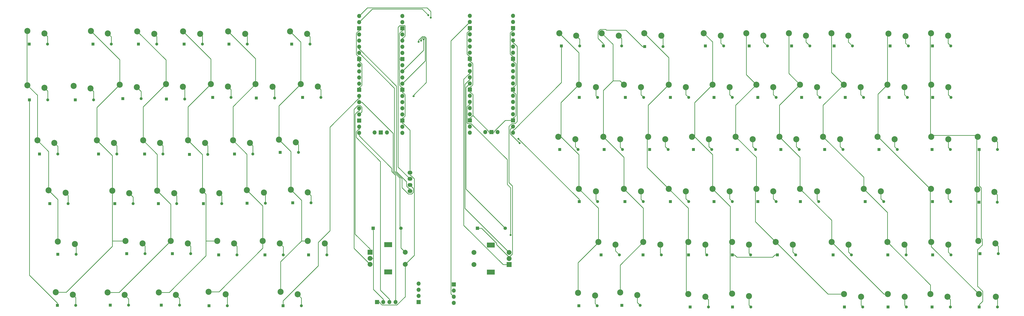
<source format=gbr>
%TF.GenerationSoftware,KiCad,Pcbnew,7.0.10*%
%TF.CreationDate,2025-03-16T20:16:46-04:00*%
%TF.ProjectId,Steno,5374656e-6f2e-46b6-9963-61645f706362,rev?*%
%TF.SameCoordinates,Original*%
%TF.FileFunction,Copper,L2,Bot*%
%TF.FilePolarity,Positive*%
%FSLAX46Y46*%
G04 Gerber Fmt 4.6, Leading zero omitted, Abs format (unit mm)*
G04 Created by KiCad (PCBNEW 7.0.10) date 2025-03-16 20:16:46*
%MOMM*%
%LPD*%
G01*
G04 APERTURE LIST*
%TA.AperFunction,ComponentPad*%
%ADD10C,2.500000*%
%TD*%
%TA.AperFunction,ComponentPad*%
%ADD11O,1.700000X1.700000*%
%TD*%
%TA.AperFunction,ComponentPad*%
%ADD12R,1.700000X1.700000*%
%TD*%
%TA.AperFunction,ComponentPad*%
%ADD13R,1.238000X1.238000*%
%TD*%
%TA.AperFunction,ComponentPad*%
%ADD14C,1.238000*%
%TD*%
%TA.AperFunction,ComponentPad*%
%ADD15R,1.397000X1.397000*%
%TD*%
%TA.AperFunction,ComponentPad*%
%ADD16C,1.397000*%
%TD*%
%TA.AperFunction,ComponentPad*%
%ADD17O,2.000000X1.600000*%
%TD*%
%TA.AperFunction,ComponentPad*%
%ADD18R,2.000000X2.000000*%
%TD*%
%TA.AperFunction,ComponentPad*%
%ADD19C,2.000000*%
%TD*%
%TA.AperFunction,ComponentPad*%
%ADD20R,3.200000X2.000000*%
%TD*%
%TA.AperFunction,ViaPad*%
%ADD21C,0.800000*%
%TD*%
%TA.AperFunction,Conductor*%
%ADD22C,0.250000*%
%TD*%
G04 APERTURE END LIST*
D10*
%TO.P,SW22,1,1*%
%TO.N,COL5*%
X146000000Y-258950000D03*
%TO.P,SW22,2,2*%
%TO.N,Net-(D20-A)*%
X153000000Y-260000000D03*
%TD*%
%TO.P,SW59,1,1*%
%TO.N,COL9*%
X316000000Y-257700000D03*
%TO.P,SW59,2,2*%
%TO.N,Net-(D57-A)*%
X323000000Y-258750000D03*
%TD*%
D11*
%TO.P,U1,1,GPIO0*%
%TO.N,TX*%
X179000000Y-207900000D03*
%TO.P,U1,2,GPIO1*%
%TO.N,RX*%
X179000000Y-210440000D03*
D12*
%TO.P,U1,3,GND*%
%TO.N,GND*%
X179000000Y-212980000D03*
D11*
%TO.P,U1,4,GPIO2*%
%TO.N,unconnected-(U1-GPIO2-Pad4)*%
X179000000Y-215520000D03*
%TO.P,U1,5,GPIO3*%
%TO.N,unconnected-(U1-GPIO3-Pad5)*%
X179000000Y-218060000D03*
%TO.P,U1,6,GPIO4*%
%TO.N,SDA*%
X179000000Y-220600000D03*
%TO.P,U1,7,GPIO5*%
%TO.N,SCL*%
X179000000Y-223140000D03*
D12*
%TO.P,U1,8,GND*%
%TO.N,GND*%
X179000000Y-225680000D03*
D11*
%TO.P,U1,9,GPIO6*%
%TO.N,unconnected-(U1-GPIO6-Pad9)*%
X179000000Y-228220000D03*
%TO.P,U1,10,GPIO7*%
%TO.N,unconnected-(U1-GPIO7-Pad10)*%
X179000000Y-230760000D03*
%TO.P,U1,11,GPIO8*%
%TO.N,unconnected-(U1-GPIO8-Pad11)*%
X179000000Y-233300000D03*
%TO.P,U1,12,GPIO9*%
%TO.N,unconnected-(U1-GPIO9-Pad12)*%
X179000000Y-235840000D03*
D12*
%TO.P,U1,13,GND*%
%TO.N,GND*%
X179000000Y-238380000D03*
D11*
%TO.P,U1,14,GPIO10*%
%TO.N,ROW5*%
X179000000Y-240920000D03*
%TO.P,U1,15,GPIO11*%
%TO.N,2C*%
X179000000Y-243460000D03*
%TO.P,U1,16,GPIO12*%
%TO.N,2A*%
X179000000Y-246000000D03*
%TO.P,U1,17,GPIO13*%
%TO.N,2B*%
X179000000Y-248540000D03*
D12*
%TO.P,U1,18,GND*%
%TO.N,GND*%
X179000000Y-251080000D03*
D11*
%TO.P,U1,19,GPIO14*%
%TO.N,TRACKCL*%
X179000000Y-253620000D03*
%TO.P,U1,20,GPIO15*%
%TO.N,TRACKD*%
X179000000Y-256160000D03*
%TO.P,U1,21,GPIO16*%
%TO.N,ROW4*%
X196780000Y-256160000D03*
%TO.P,U1,22,GPIO17*%
%TO.N,ROW3*%
X196780000Y-253620000D03*
D12*
%TO.P,U1,23,GND*%
%TO.N,GND*%
X196780000Y-251080000D03*
D11*
%TO.P,U1,24,GPIO18*%
%TO.N,ROW2*%
X196780000Y-248540000D03*
%TO.P,U1,25,GPIO19*%
%TO.N,ROW1*%
X196780000Y-246000000D03*
%TO.P,U1,26,GPIO20*%
%TO.N,COL5*%
X196780000Y-243460000D03*
%TO.P,U1,27,GPIO21*%
%TO.N,COL4*%
X196780000Y-240920000D03*
D12*
%TO.P,U1,28,GND*%
%TO.N,GND*%
X196780000Y-238380000D03*
D11*
%TO.P,U1,29,GPIO22*%
%TO.N,COL3*%
X196780000Y-235840000D03*
%TO.P,U1,30,RUN*%
%TO.N,unconnected-(U1-RUN-Pad30)*%
X196780000Y-233300000D03*
%TO.P,U1,31,GPIO26_ADC0*%
%TO.N,COL2*%
X196780000Y-230760000D03*
%TO.P,U1,32,GPIO27_ADC1*%
%TO.N,COL1*%
X196780000Y-228220000D03*
D12*
%TO.P,U1,33,AGND*%
%TO.N,GND*%
X196780000Y-225680000D03*
D11*
%TO.P,U1,34,GPIO28_ADC2*%
%TO.N,COL0*%
X196780000Y-223140000D03*
%TO.P,U1,35,ADC_VREF*%
%TO.N,unconnected-(U1-ADC_VREF-Pad35)*%
X196780000Y-220600000D03*
%TO.P,U1,36,3V3*%
%TO.N,+3V3*%
X196780000Y-218060000D03*
%TO.P,U1,37,3V3_EN*%
%TO.N,unconnected-(U1-3V3_EN-Pad37)*%
X196780000Y-215520000D03*
D12*
%TO.P,U1,38,GND*%
%TO.N,GND*%
X196780000Y-212980000D03*
D11*
%TO.P,U1,39,VSYS*%
%TO.N,unconnected-(U1-VSYS-Pad39)*%
X196780000Y-210440000D03*
%TO.P,U1,40,VBUS*%
%TO.N,unconnected-(U1-VBUS-Pad40)*%
X196780000Y-207900000D03*
%TO.P,U1,41,SWCLK*%
%TO.N,unconnected-(U1-SWCLK-Pad41)*%
X185350000Y-255930000D03*
D12*
%TO.P,U1,42,GND*%
%TO.N,GND*%
X187890000Y-255930000D03*
D11*
%TO.P,U1,43,SWDIO*%
%TO.N,unconnected-(U1-SWDIO-Pad43)*%
X190430000Y-255930000D03*
%TD*%
D13*
%TO.P,D72,1,K*%
%TO.N,ROW11*%
X396731500Y-328000000D03*
D14*
%TO.P,D72,2,A*%
%TO.N,Net-(D72-A)*%
X404268500Y-328000000D03*
%TD*%
D13*
%TO.P,D62,1,K*%
%TO.N,ROW7*%
X343131500Y-241500000D03*
D14*
%TO.P,D62,2,A*%
%TO.N,Net-(D62-A)*%
X350668500Y-241500000D03*
%TD*%
D13*
%TO.P,D37,1,K*%
%TO.N,ROW6*%
X262263000Y-220250000D03*
D14*
%TO.P,D37,2,A*%
%TO.N,Net-(D37-A)*%
X269800000Y-220250000D03*
%TD*%
D10*
%TO.P,SW27,1,1*%
%TO.N,COL3*%
X114500000Y-280000000D03*
%TO.P,SW27,2,2*%
%TO.N,Net-(D25-A)*%
X121500000Y-281050000D03*
%TD*%
D13*
%TO.P,D81,1,K*%
%TO.N,ROW8*%
X393031500Y-263000000D03*
D14*
%TO.P,D81,2,A*%
%TO.N,Net-(D81-A)*%
X400568500Y-263000000D03*
%TD*%
D13*
%TO.P,D26,1,K*%
%TO.N,ROW3*%
X132931500Y-285200000D03*
D14*
%TO.P,D26,2,A*%
%TO.N,Net-(D26-A)*%
X140468500Y-285200000D03*
%TD*%
D13*
%TO.P,D58,1,K*%
%TO.N,ROW9*%
X325131500Y-284500000D03*
D14*
%TO.P,D58,2,A*%
%TO.N,Net-(D58-A)*%
X332668500Y-284500000D03*
%TD*%
D13*
%TO.P,D45,1,K*%
%TO.N,ROW8*%
X279900000Y-263000000D03*
D14*
%TO.P,D45,2,A*%
%TO.N,Net-(D45-A)*%
X287437000Y-263000000D03*
%TD*%
D13*
%TO.P,D34,1,K*%
%TO.N,ROW4*%
X158231500Y-306500000D03*
D14*
%TO.P,D34,2,A*%
%TO.N,Net-(D34-A)*%
X165768500Y-306500000D03*
%TD*%
D10*
%TO.P,SW3,1,1*%
%TO.N,COL0*%
X42500000Y-214000000D03*
%TO.P,SW3,2,2*%
%TO.N,Net-(D1-A)*%
X49500000Y-215050000D03*
%TD*%
D13*
%TO.P,D85,1,K*%
%TO.N,ROW6*%
X415031500Y-220250000D03*
D14*
%TO.P,D85,2,A*%
%TO.N,Net-(D85-A)*%
X422568500Y-220250000D03*
%TD*%
D13*
%TO.P,D84,1,K*%
%TO.N,ROW11*%
X434231500Y-328000000D03*
D14*
%TO.P,D84,2,A*%
%TO.N,Net-(D84-A)*%
X441768500Y-328000000D03*
%TD*%
D10*
%TO.P,SW90,1,1*%
%TO.N,COL14*%
X433500000Y-279450000D03*
%TO.P,SW90,2,2*%
%TO.N,Net-(D88-A)*%
X440500000Y-280500000D03*
%TD*%
D13*
%TO.P,D89,1,K*%
%TO.N,ROW10*%
X434531500Y-306000000D03*
D14*
%TO.P,D89,2,A*%
%TO.N,Net-(D89-A)*%
X442068500Y-306000000D03*
%TD*%
D13*
%TO.P,D22,1,K*%
%TO.N,ROW3*%
X51731500Y-285300000D03*
D14*
%TO.P,D22,2,A*%
%TO.N,Net-(D22-A)*%
X59268500Y-285300000D03*
%TD*%
D13*
%TO.P,D17,1,K*%
%TO.N,ROW2*%
X90731500Y-264800000D03*
D14*
%TO.P,D17,2,A*%
%TO.N,Net-(D17-A)*%
X98268500Y-264800000D03*
%TD*%
D13*
%TO.P,D21,1,K*%
%TO.N,ROW5*%
X76631500Y-327250000D03*
D14*
%TO.P,D21,2,A*%
%TO.N,Net-(D21-A)*%
X84168500Y-327250000D03*
%TD*%
D10*
%TO.P,SW8,1,1*%
%TO.N,COL5*%
X150600000Y-214200000D03*
%TO.P,SW8,2,2*%
%TO.N,Net-(D6-A)*%
X157600000Y-215250000D03*
%TD*%
%TO.P,SW91,1,1*%
%TO.N,COL14*%
X433900000Y-300700000D03*
%TO.P,SW91,2,2*%
%TO.N,Net-(D89-A)*%
X440900000Y-301750000D03*
%TD*%
%TO.P,SW57,1,1*%
%TO.N,COL9*%
X320900000Y-214950000D03*
%TO.P,SW57,2,2*%
%TO.N,Net-(D55-A)*%
X327900000Y-216000000D03*
%TD*%
D13*
%TO.P,D52,1,K*%
%TO.N,ROW9*%
X307131500Y-284500000D03*
D14*
%TO.P,D52,2,A*%
%TO.N,Net-(D52-A)*%
X314668500Y-284500000D03*
%TD*%
D15*
%TO.P,R1,1*%
%TO.N,+3V3*%
X184785000Y-295500000D03*
D16*
%TO.P,R1,2*%
%TO.N,2C*%
X196215000Y-295500000D03*
%TD*%
D10*
%TO.P,SW72,1,1*%
%TO.N,COL11*%
X360500000Y-279200000D03*
%TO.P,SW72,2,2*%
%TO.N,Net-(D70-A)*%
X367500000Y-280250000D03*
%TD*%
D15*
%TO.P,R2,1*%
%TO.N,+3V3*%
X227750000Y-295500000D03*
D16*
%TO.P,R2,2*%
%TO.N,1C*%
X239180000Y-295500000D03*
%TD*%
D10*
%TO.P,SW31,1,1*%
%TO.N,COL0*%
X55000000Y-300950000D03*
%TO.P,SW31,2,2*%
%TO.N,Net-(D29-A)*%
X62000000Y-302000000D03*
%TD*%
%TO.P,SW55,1,1*%
%TO.N,COL8*%
X314500000Y-301200000D03*
%TO.P,SW55,2,2*%
%TO.N,Net-(D53-A)*%
X321500000Y-302250000D03*
%TD*%
%TO.P,SW74,1,1*%
%TO.N,COL11*%
X396600000Y-322700000D03*
%TO.P,SW74,2,2*%
%TO.N,Net-(D72-A)*%
X403600000Y-323750000D03*
%TD*%
%TO.P,SW86,1,1*%
%TO.N,COL13*%
X434100000Y-322700000D03*
%TO.P,SW86,2,2*%
%TO.N,Net-(D84-A)*%
X441100000Y-323750000D03*
%TD*%
D13*
%TO.P,D3,1,K*%
%TO.N,ROW0*%
X88231500Y-219500000D03*
D14*
%TO.P,D3,2,A*%
%TO.N,Net-(D3-A)*%
X95768500Y-219500000D03*
%TD*%
D13*
%TO.P,D4,1,K*%
%TO.N,ROW0*%
X107000000Y-219500000D03*
D14*
%TO.P,D4,2,A*%
%TO.N,Net-(D4-A)*%
X114537000Y-219500000D03*
%TD*%
D10*
%TO.P,SW80,1,1*%
%TO.N,COL12*%
X414200000Y-322700000D03*
%TO.P,SW80,2,2*%
%TO.N,Net-(D78-A)*%
X421200000Y-323750000D03*
%TD*%
D13*
%TO.P,D44,1,K*%
%TO.N,ROW7*%
X288631500Y-241500000D03*
D14*
%TO.P,D44,2,A*%
%TO.N,Net-(D44-A)*%
X296168500Y-241500000D03*
%TD*%
D13*
%TO.P,D28,1,K*%
%TO.N,ROW5*%
X97563000Y-327250000D03*
D14*
%TO.P,D28,2,A*%
%TO.N,Net-(D28-A)*%
X105100000Y-327250000D03*
%TD*%
D10*
%TO.P,SW89,1,1*%
%TO.N,COL14*%
X414500000Y-257700000D03*
%TO.P,SW89,2,2*%
%TO.N,Net-(D87-A)*%
X421500000Y-258750000D03*
%TD*%
%TO.P,SW70,1,1*%
%TO.N,COL11*%
X360500000Y-236200000D03*
%TO.P,SW70,2,2*%
%TO.N,Net-(D68-A)*%
X367500000Y-237250000D03*
%TD*%
%TO.P,SW30,1,1*%
%TO.N,COL3*%
X96600000Y-321950000D03*
%TO.P,SW30,2,2*%
%TO.N,Net-(D28-A)*%
X103600000Y-323000000D03*
%TD*%
%TO.P,SW84,1,1*%
%TO.N,COL13*%
X414400000Y-279200000D03*
%TO.P,SW84,2,2*%
%TO.N,Net-(D82-A)*%
X421400000Y-280250000D03*
%TD*%
D13*
%TO.P,D12,1,K*%
%TO.N,ROW1*%
X136731500Y-241730000D03*
D14*
%TO.P,D12,2,A*%
%TO.N,Net-(D12-A)*%
X144268500Y-241730000D03*
%TD*%
D10*
%TO.P,SW37,1,1*%
%TO.N,COL4*%
X117100000Y-321700000D03*
%TO.P,SW37,2,2*%
%TO.N,Net-(D35-A)*%
X124100000Y-322750000D03*
%TD*%
%TO.P,SW64,1,1*%
%TO.N,COL10*%
X342500000Y-236200000D03*
%TO.P,SW64,2,2*%
%TO.N,Net-(D62-A)*%
X349500000Y-237250000D03*
%TD*%
%TO.P,SW75,1,1*%
%TO.N,COL12*%
X373400000Y-214950000D03*
%TO.P,SW75,2,2*%
%TO.N,Net-(D73-A)*%
X380400000Y-216000000D03*
%TD*%
%TO.P,SW15,1,1*%
%TO.N,COL5*%
X155000000Y-235950000D03*
%TO.P,SW15,2,2*%
%TO.N,Net-(D13-A)*%
X162000000Y-237000000D03*
%TD*%
%TO.P,SW53,1,1*%
%TO.N,COL8*%
X298000000Y-257700000D03*
%TO.P,SW53,2,2*%
%TO.N,Net-(D51-A)*%
X305000000Y-258750000D03*
%TD*%
D13*
%TO.P,D73,1,K*%
%TO.N,ROW6*%
X374531500Y-220250000D03*
D14*
%TO.P,D73,2,A*%
%TO.N,Net-(D73-A)*%
X382068500Y-220250000D03*
%TD*%
D13*
%TO.P,D50,1,K*%
%TO.N,ROW7*%
X307131500Y-241500000D03*
D14*
%TO.P,D50,2,A*%
%TO.N,Net-(D50-A)*%
X314668500Y-241500000D03*
%TD*%
D13*
%TO.P,D14,1,K*%
%TO.N,ROW5*%
X54831500Y-327350000D03*
D14*
%TO.P,D14,2,A*%
%TO.N,Net-(D14-A)*%
X62368500Y-327350000D03*
%TD*%
D13*
%TO.P,D47,1,K*%
%TO.N,ROW10*%
X295900000Y-306500000D03*
D14*
%TO.P,D47,2,A*%
%TO.N,Net-(D47-A)*%
X303437000Y-306500000D03*
%TD*%
D13*
%TO.P,D6,1,K*%
%TO.N,ROW0*%
X151231500Y-219500000D03*
D14*
%TO.P,D6,2,A*%
%TO.N,Net-(D6-A)*%
X158768500Y-219500000D03*
%TD*%
D13*
%TO.P,D65,1,K*%
%TO.N,ROW10*%
X351131500Y-306500000D03*
D14*
%TO.P,D65,2,A*%
%TO.N,Net-(D65-A)*%
X358668500Y-306500000D03*
%TD*%
D10*
%TO.P,SW65,1,1*%
%TO.N,COL10*%
X334000000Y-257700000D03*
%TO.P,SW65,2,2*%
%TO.N,Net-(D63-A)*%
X341000000Y-258750000D03*
%TD*%
D13*
%TO.P,D77,1,K*%
%TO.N,ROW10*%
X396631500Y-306500000D03*
D14*
%TO.P,D77,2,A*%
%TO.N,Net-(D77-A)*%
X404168500Y-306500000D03*
%TD*%
D13*
%TO.P,D51,1,K*%
%TO.N,ROW8*%
X298631500Y-263000000D03*
D14*
%TO.P,D51,2,A*%
%TO.N,Net-(D51-A)*%
X306168500Y-263000000D03*
%TD*%
D13*
%TO.P,D20,1,K*%
%TO.N,ROW2*%
X146500000Y-264170000D03*
D14*
%TO.P,D20,2,A*%
%TO.N,Net-(D20-A)*%
X154037000Y-264170000D03*
%TD*%
D13*
%TO.P,D10,1,K*%
%TO.N,ROW1*%
X99731500Y-242190000D03*
D14*
%TO.P,D10,2,A*%
%TO.N,Net-(D10-A)*%
X107268500Y-242190000D03*
%TD*%
D10*
%TO.P,SW40,1,1*%
%TO.N,COL6*%
X269500000Y-236200000D03*
%TO.P,SW40,2,2*%
%TO.N,Net-(D38-A)*%
X276500000Y-237250000D03*
%TD*%
D13*
%TO.P,D90,1,K*%
%TO.N,ROW11*%
X434231500Y-263000000D03*
D14*
%TO.P,D90,2,A*%
%TO.N,Net-(D90-A)*%
X441768500Y-263000000D03*
%TD*%
D10*
%TO.P,SW56,1,1*%
%TO.N,COL8*%
X314500000Y-322700000D03*
%TO.P,SW56,2,2*%
%TO.N,Net-(D54-A)*%
X321500000Y-323750000D03*
%TD*%
D13*
%TO.P,D16,1,K*%
%TO.N,ROW2*%
X71731500Y-264800000D03*
D14*
%TO.P,D16,2,A*%
%TO.N,Net-(D16-A)*%
X79268500Y-264800000D03*
%TD*%
D13*
%TO.P,D18,1,K*%
%TO.N,ROW2*%
X109231500Y-265030000D03*
D14*
%TO.P,D18,2,A*%
%TO.N,Net-(D18-A)*%
X116768500Y-265030000D03*
%TD*%
D10*
%TO.P,SW36,1,1*%
%TO.N,COL5*%
X157868500Y-300700000D03*
%TO.P,SW36,2,2*%
%TO.N,Net-(D34-A)*%
X164868500Y-301750000D03*
%TD*%
%TO.P,SW60,1,1*%
%TO.N,COL9*%
X324500000Y-279200000D03*
%TO.P,SW60,2,2*%
%TO.N,Net-(D58-A)*%
X331500000Y-280250000D03*
%TD*%
D13*
%TO.P,D8,1,K*%
%TO.N,ROW1*%
X62231500Y-242500000D03*
D14*
%TO.P,D8,2,A*%
%TO.N,Net-(D8-A)*%
X69768500Y-242500000D03*
%TD*%
D10*
%TO.P,SW82,1,1*%
%TO.N,COL13*%
X396500000Y-236200000D03*
%TO.P,SW82,2,2*%
%TO.N,Net-(D80-A)*%
X403500000Y-237250000D03*
%TD*%
D13*
%TO.P,D61,1,K*%
%TO.N,ROW6*%
X339531500Y-220250000D03*
D14*
%TO.P,D61,2,A*%
%TO.N,Net-(D61-A)*%
X347068500Y-220250000D03*
%TD*%
D13*
%TO.P,D41,1,K*%
%TO.N,ROW10*%
X278631500Y-306500000D03*
D14*
%TO.P,D41,2,A*%
%TO.N,Net-(D41-A)*%
X286168500Y-306500000D03*
%TD*%
D13*
%TO.P,D76,1,K*%
%TO.N,ROW9*%
X387363000Y-284500000D03*
D14*
%TO.P,D76,2,A*%
%TO.N,Net-(D76-A)*%
X394900000Y-284500000D03*
%TD*%
D13*
%TO.P,D35,1,K*%
%TO.N,ROW5*%
X117231500Y-327500000D03*
D14*
%TO.P,D35,2,A*%
%TO.N,Net-(D35-A)*%
X124768500Y-327500000D03*
%TD*%
D10*
%TO.P,SW79,1,1*%
%TO.N,COL12*%
X396500000Y-301200000D03*
%TO.P,SW79,2,2*%
%TO.N,Net-(D77-A)*%
X403500000Y-302250000D03*
%TD*%
%TO.P,SW87,1,1*%
%TO.N,COL14*%
X414400000Y-214950000D03*
%TO.P,SW87,2,2*%
%TO.N,Net-(D85-A)*%
X421400000Y-216000000D03*
%TD*%
%TO.P,SW19,1,1*%
%TO.N,COL2*%
X90100000Y-259200000D03*
%TO.P,SW19,2,2*%
%TO.N,Net-(D17-A)*%
X97100000Y-260250000D03*
%TD*%
%TO.P,SW9,1,1*%
%TO.N,COL0*%
X42500000Y-236450000D03*
%TO.P,SW9,2,2*%
%TO.N,Net-(D7-A)*%
X49500000Y-237500000D03*
%TD*%
D13*
%TO.P,D79,1,K*%
%TO.N,ROW6*%
X397531500Y-220250000D03*
D14*
%TO.P,D79,2,A*%
%TO.N,Net-(D79-A)*%
X405068500Y-220250000D03*
%TD*%
D10*
%TO.P,SW58,1,1*%
%TO.N,COL9*%
X324500000Y-236200000D03*
%TO.P,SW58,2,2*%
%TO.N,Net-(D56-A)*%
X331500000Y-237250000D03*
%TD*%
%TO.P,SW34,1,1*%
%TO.N,COL3*%
X120600000Y-300700000D03*
%TO.P,SW34,2,2*%
%TO.N,Net-(D32-A)*%
X127600000Y-301750000D03*
%TD*%
D13*
%TO.P,D59,1,K*%
%TO.N,ROW10*%
X332631500Y-306500000D03*
D14*
%TO.P,D59,2,A*%
%TO.N,Net-(D59-A)*%
X340168500Y-306500000D03*
%TD*%
D13*
%TO.P,D5,1,K*%
%TO.N,ROW0*%
X125463000Y-219500000D03*
D14*
%TO.P,D5,2,A*%
%TO.N,Net-(D5-A)*%
X133000000Y-219500000D03*
%TD*%
D13*
%TO.P,D71,1,K*%
%TO.N,ROW10*%
X374131500Y-306500000D03*
D14*
%TO.P,D71,2,A*%
%TO.N,Net-(D71-A)*%
X381668500Y-306500000D03*
%TD*%
D10*
%TO.P,SW52,1,1*%
%TO.N,COL8*%
X306500000Y-236200000D03*
%TO.P,SW52,2,2*%
%TO.N,Net-(D50-A)*%
X313500000Y-237250000D03*
%TD*%
%TO.P,SW66,1,1*%
%TO.N,COL10*%
X342500000Y-279200000D03*
%TO.P,SW66,2,2*%
%TO.N,Net-(D64-A)*%
X349500000Y-280250000D03*
%TD*%
D13*
%TO.P,D67,1,K*%
%TO.N,ROW6*%
X357031500Y-220250000D03*
D14*
%TO.P,D67,2,A*%
%TO.N,Net-(D67-A)*%
X364568500Y-220250000D03*
%TD*%
D10*
%TO.P,SW17,1,1*%
%TO.N,COL0*%
X46600000Y-259200000D03*
%TO.P,SW17,2,2*%
%TO.N,Net-(D15-A)*%
X53600000Y-260250000D03*
%TD*%
D13*
%TO.P,D70,1,K*%
%TO.N,ROW9*%
X360631500Y-284500000D03*
D14*
%TO.P,D70,2,A*%
%TO.N,Net-(D70-A)*%
X368168500Y-284500000D03*
%TD*%
D13*
%TO.P,D63,1,K*%
%TO.N,ROW8*%
X334631500Y-263000000D03*
D14*
%TO.P,D63,2,A*%
%TO.N,Net-(D63-A)*%
X342168500Y-263000000D03*
%TD*%
D13*
%TO.P,D46,1,K*%
%TO.N,ROW9*%
X288400000Y-284500000D03*
D14*
%TO.P,D46,2,A*%
%TO.N,Net-(D46-A)*%
X295937000Y-284500000D03*
%TD*%
D10*
%TO.P,SW21,1,1*%
%TO.N,COL4*%
X127100000Y-259200000D03*
%TO.P,SW21,2,2*%
%TO.N,Net-(D19-A)*%
X134100000Y-260250000D03*
%TD*%
%TO.P,SW73,1,1*%
%TO.N,COL11*%
X373500000Y-301200000D03*
%TO.P,SW73,2,2*%
%TO.N,Net-(D71-A)*%
X380500000Y-302250000D03*
%TD*%
%TO.P,SW11,1,1*%
%TO.N,COL1*%
X80500000Y-236200000D03*
%TO.P,SW11,2,2*%
%TO.N,Net-(D9-A)*%
X87500000Y-237250000D03*
%TD*%
%TO.P,SW45,1,1*%
%TO.N,COL7*%
X278900000Y-214940000D03*
%TO.P,SW45,2,2*%
%TO.N,Net-(D43-A)*%
X285900000Y-215990000D03*
%TD*%
%TO.P,SW42,1,1*%
%TO.N,COL6*%
X269500000Y-279200000D03*
%TO.P,SW42,2,2*%
%TO.N,Net-(D40-A)*%
X276500000Y-280250000D03*
%TD*%
%TO.P,SW51,1,1*%
%TO.N,COL8*%
X296400000Y-214950000D03*
%TO.P,SW51,2,2*%
%TO.N,Net-(D49-A)*%
X303400000Y-216000000D03*
%TD*%
%TO.P,SW41,1,1*%
%TO.N,COL6*%
X261000000Y-257700000D03*
%TO.P,SW41,2,2*%
%TO.N,Net-(D39-A)*%
X268000000Y-258750000D03*
%TD*%
D13*
%TO.P,D9,1,K*%
%TO.N,ROW1*%
X81731500Y-242000000D03*
D14*
%TO.P,D9,2,A*%
%TO.N,Net-(D9-A)*%
X89268500Y-242000000D03*
%TD*%
D10*
%TO.P,SW13,1,1*%
%TO.N,COL3*%
X118000000Y-235950000D03*
%TO.P,SW13,2,2*%
%TO.N,Net-(D11-A)*%
X125000000Y-237000000D03*
%TD*%
D13*
%TO.P,D48,1,K*%
%TO.N,ROW11*%
X287131500Y-327300000D03*
D14*
%TO.P,D48,2,A*%
%TO.N,Net-(D48-A)*%
X294668500Y-327300000D03*
%TD*%
D13*
%TO.P,D54,1,K*%
%TO.N,ROW11*%
X315231500Y-328000000D03*
D14*
%TO.P,D54,2,A*%
%TO.N,Net-(D54-A)*%
X322768500Y-328000000D03*
%TD*%
D10*
%TO.P,SW44,1,1*%
%TO.N,COL6*%
X269137000Y-322200000D03*
%TO.P,SW44,2,2*%
%TO.N,Net-(D42-A)*%
X276137000Y-323250000D03*
%TD*%
%TO.P,SW43,1,1*%
%TO.N,COL6*%
X277500000Y-301200000D03*
%TO.P,SW43,2,2*%
%TO.N,Net-(D41-A)*%
X284500000Y-302250000D03*
%TD*%
%TO.P,SW6,1,1*%
%TO.N,COL3*%
X106600000Y-214200000D03*
%TO.P,SW6,2,2*%
%TO.N,Net-(D4-A)*%
X113600000Y-215250000D03*
%TD*%
%TO.P,SW49,1,1*%
%TO.N,COL7*%
X296000000Y-301200000D03*
%TO.P,SW49,2,2*%
%TO.N,Net-(D47-A)*%
X303000000Y-302250000D03*
%TD*%
D12*
%TO.P,J1,1,Pin_1*%
%TO.N,GND*%
X186420000Y-326000000D03*
D11*
%TO.P,J1,2,Pin_2*%
%TO.N,+3V3*%
X188960000Y-326000000D03*
%TO.P,J1,3,Pin_3*%
%TO.N,TRACKCL*%
X191500000Y-326000000D03*
%TO.P,J1,4,Pin_4*%
%TO.N,TRACKD*%
X194040000Y-326000000D03*
%TD*%
D10*
%TO.P,SW12,1,1*%
%TO.N,COL2*%
X99500000Y-236000000D03*
%TO.P,SW12,2,2*%
%TO.N,Net-(D10-A)*%
X106500000Y-237050000D03*
%TD*%
%TO.P,SW62,1,1*%
%TO.N,COL9*%
X332500000Y-322500000D03*
%TO.P,SW62,2,2*%
%TO.N,Net-(D60-A)*%
X339500000Y-323550000D03*
%TD*%
%TO.P,SW29,1,1*%
%TO.N,COL5*%
X150900000Y-279580000D03*
%TO.P,SW29,2,2*%
%TO.N,Net-(D27-A)*%
X157900000Y-280630000D03*
%TD*%
D17*
%TO.P,Brd1,1,GND*%
%TO.N,GND*%
X199950000Y-272580000D03*
%TO.P,Brd1,2,VCC*%
%TO.N,+3V3*%
X199950000Y-275120000D03*
%TO.P,Brd1,3,SCL*%
%TO.N,SCL*%
X199950000Y-277660000D03*
%TO.P,Brd1,4,SDA*%
%TO.N,SDA*%
X199950000Y-280200000D03*
%TD*%
D13*
%TO.P,D42,1,K*%
%TO.N,ROW11*%
X269500000Y-327500000D03*
D14*
%TO.P,D42,2,A*%
%TO.N,Net-(D42-A)*%
X277037000Y-327500000D03*
%TD*%
D10*
%TO.P,SW83,1,1*%
%TO.N,COL13*%
X392400000Y-257700000D03*
%TO.P,SW83,2,2*%
%TO.N,Net-(D81-A)*%
X399400000Y-258750000D03*
%TD*%
D13*
%TO.P,D83,1,K*%
%TO.N,ROW10*%
X415131500Y-306500000D03*
D14*
%TO.P,D83,2,A*%
%TO.N,Net-(D83-A)*%
X422668500Y-306500000D03*
%TD*%
D10*
%TO.P,SW33,1,1*%
%TO.N,COL2*%
X101500000Y-300700000D03*
%TO.P,SW33,2,2*%
%TO.N,Net-(D31-A)*%
X108500000Y-301750000D03*
%TD*%
%TO.P,SW67,1,1*%
%TO.N,COL10*%
X350500000Y-301200000D03*
%TO.P,SW67,2,2*%
%TO.N,Net-(D65-A)*%
X357500000Y-302250000D03*
%TD*%
%TO.P,SW92,1,1*%
%TO.N,COL14*%
X433600000Y-257700000D03*
%TO.P,SW92,2,2*%
%TO.N,Net-(D90-A)*%
X440600000Y-258750000D03*
%TD*%
%TO.P,SW46,1,1*%
%TO.N,COL7*%
X288000000Y-236200000D03*
%TO.P,SW46,2,2*%
%TO.N,Net-(D44-A)*%
X295000000Y-237250000D03*
%TD*%
D13*
%TO.P,D53,1,K*%
%TO.N,ROW10*%
X314631500Y-306500000D03*
D14*
%TO.P,D53,2,A*%
%TO.N,Net-(D53-A)*%
X322168500Y-306500000D03*
%TD*%
D13*
%TO.P,D86,1,K*%
%TO.N,ROW7*%
X415131500Y-241500000D03*
D14*
%TO.P,D86,2,A*%
%TO.N,Net-(D86-A)*%
X422668500Y-241500000D03*
%TD*%
D13*
%TO.P,D69,1,K*%
%TO.N,ROW8*%
X352631500Y-263000000D03*
D14*
%TO.P,D69,2,A*%
%TO.N,Net-(D69-A)*%
X360168500Y-263000000D03*
%TD*%
D13*
%TO.P,D39,1,K*%
%TO.N,ROW8*%
X261631500Y-263000000D03*
D14*
%TO.P,D39,2,A*%
%TO.N,Net-(D39-A)*%
X269168500Y-263000000D03*
%TD*%
D10*
%TO.P,SW63,1,1*%
%TO.N,COL10*%
X338400000Y-214950000D03*
%TO.P,SW63,2,2*%
%TO.N,Net-(D61-A)*%
X345400000Y-216000000D03*
%TD*%
%TO.P,SW26,1,1*%
%TO.N,COL2*%
X95900000Y-280000000D03*
%TO.P,SW26,2,2*%
%TO.N,Net-(D24-A)*%
X102900000Y-281050000D03*
%TD*%
%TO.P,SW47,1,1*%
%TO.N,COL7*%
X279500000Y-257700000D03*
%TO.P,SW47,2,2*%
%TO.N,Net-(D45-A)*%
X286500000Y-258750000D03*
%TD*%
%TO.P,SW48,1,1*%
%TO.N,COL7*%
X288000000Y-279200000D03*
%TO.P,SW48,2,2*%
%TO.N,Net-(D46-A)*%
X295000000Y-280250000D03*
%TD*%
%TO.P,SW25,1,1*%
%TO.N,COL1*%
X77400000Y-280000000D03*
%TO.P,SW25,2,2*%
%TO.N,Net-(D23-A)*%
X84400000Y-281050000D03*
%TD*%
%TO.P,SW69,1,1*%
%TO.N,COL11*%
X355900000Y-214950000D03*
%TO.P,SW69,2,2*%
%TO.N,Net-(D67-A)*%
X362900000Y-216000000D03*
%TD*%
%TO.P,SW50,1,1*%
%TO.N,COL7*%
X286500000Y-322000000D03*
%TO.P,SW50,2,2*%
%TO.N,Net-(D48-A)*%
X293500000Y-323050000D03*
%TD*%
D13*
%TO.P,D43,1,K*%
%TO.N,ROW6*%
X279531500Y-220250000D03*
D14*
%TO.P,D43,2,A*%
%TO.N,Net-(D43-A)*%
X287068500Y-220250000D03*
%TD*%
D10*
%TO.P,SW24,1,1*%
%TO.N,COL0*%
X51200000Y-279800000D03*
%TO.P,SW24,2,2*%
%TO.N,Net-(D22-A)*%
X58200000Y-280850000D03*
%TD*%
D13*
%TO.P,D7,1,K*%
%TO.N,ROW5*%
X43331500Y-242500000D03*
D14*
%TO.P,D7,2,A*%
%TO.N,Net-(D7-A)*%
X50868500Y-242500000D03*
%TD*%
D13*
%TO.P,D80,1,K*%
%TO.N,ROW7*%
X397131500Y-241500000D03*
D14*
%TO.P,D80,2,A*%
%TO.N,Net-(D80-A)*%
X404668500Y-241500000D03*
%TD*%
D10*
%TO.P,SW54,1,1*%
%TO.N,COL8*%
X306500000Y-279200000D03*
%TO.P,SW54,2,2*%
%TO.N,Net-(D52-A)*%
X313500000Y-280250000D03*
%TD*%
D13*
%TO.P,D55,1,K*%
%TO.N,ROW6*%
X321531500Y-220250000D03*
D14*
%TO.P,D55,2,A*%
%TO.N,Net-(D55-A)*%
X329068500Y-220250000D03*
%TD*%
D18*
%TO.P,SW2,A,A*%
%TO.N,2A*%
X183500000Y-305400000D03*
D19*
%TO.P,SW2,B,B*%
%TO.N,2B*%
X183500000Y-310400000D03*
%TO.P,SW2,C,C*%
%TO.N,+3V3*%
X183500000Y-307900000D03*
D20*
%TO.P,SW2,MP*%
%TO.N,N/C*%
X191000000Y-302300000D03*
X191000000Y-313500000D03*
D19*
%TO.P,SW2,S1,S1*%
%TO.N,GND*%
X198000000Y-310400000D03*
%TO.P,SW2,S2,S2*%
%TO.N,2C*%
X198000000Y-305400000D03*
%TD*%
D12*
%TO.P,J3,1,Pin_1*%
%TO.N,GND*%
X218000000Y-318700000D03*
D11*
%TO.P,J3,2,Pin_2*%
%TO.N,RX*%
X218000000Y-321240000D03*
%TO.P,J3,3,Pin_3*%
%TO.N,TX*%
X218000000Y-323780000D03*
%TO.P,J3,4,Pin_4*%
%TO.N,+3V3*%
X218000000Y-326320000D03*
%TD*%
D13*
%TO.P,D49,1,K*%
%TO.N,ROW6*%
X296556500Y-220460000D03*
D14*
%TO.P,D49,2,A*%
%TO.N,Net-(D49-A)*%
X304093500Y-220460000D03*
%TD*%
D13*
%TO.P,D74,1,K*%
%TO.N,ROW7*%
X379131500Y-241500000D03*
D14*
%TO.P,D74,2,A*%
%TO.N,Net-(D74-A)*%
X386668500Y-241500000D03*
%TD*%
D13*
%TO.P,D19,1,K*%
%TO.N,ROW2*%
X127731500Y-264800000D03*
D14*
%TO.P,D19,2,A*%
%TO.N,Net-(D19-A)*%
X135268500Y-264800000D03*
%TD*%
D13*
%TO.P,D30,1,K*%
%TO.N,ROW4*%
X83363000Y-306000000D03*
D14*
%TO.P,D30,2,A*%
%TO.N,Net-(D30-A)*%
X90900000Y-306000000D03*
%TD*%
D10*
%TO.P,SW5,1,1*%
%TO.N,COL2*%
X87700000Y-214200000D03*
%TO.P,SW5,2,2*%
%TO.N,Net-(D3-A)*%
X94700000Y-215250000D03*
%TD*%
%TO.P,SW77,1,1*%
%TO.N,COL12*%
X370000000Y-257700000D03*
%TO.P,SW77,2,2*%
%TO.N,Net-(D75-A)*%
X377000000Y-258750000D03*
%TD*%
D13*
%TO.P,D27,1,K*%
%TO.N,ROW3*%
X151731500Y-285000000D03*
D14*
%TO.P,D27,2,A*%
%TO.N,Net-(D27-A)*%
X159268500Y-285000000D03*
%TD*%
D10*
%TO.P,SW81,1,1*%
%TO.N,COL13*%
X396900000Y-215100000D03*
%TO.P,SW81,2,2*%
%TO.N,Net-(D79-A)*%
X403900000Y-216150000D03*
%TD*%
D13*
%TO.P,D87,1,K*%
%TO.N,ROW8*%
X414863000Y-263000000D03*
D14*
%TO.P,D87,2,A*%
%TO.N,Net-(D87-A)*%
X422400000Y-263000000D03*
%TD*%
D10*
%TO.P,SW20,1,1*%
%TO.N,COL3*%
X108600000Y-259200000D03*
%TO.P,SW20,2,2*%
%TO.N,Net-(D18-A)*%
X115600000Y-260250000D03*
%TD*%
%TO.P,SW61,1,1*%
%TO.N,COL9*%
X332500000Y-301200000D03*
%TO.P,SW61,2,2*%
%TO.N,Net-(D59-A)*%
X339500000Y-302250000D03*
%TD*%
D18*
%TO.P,SW1,A,A*%
%TO.N,1A*%
X240750000Y-310500000D03*
D19*
%TO.P,SW1,B,B*%
%TO.N,1B*%
X240750000Y-305500000D03*
%TO.P,SW1,C,C*%
%TO.N,+3V3*%
X240750000Y-308000000D03*
D20*
%TO.P,SW1,MP*%
%TO.N,N/C*%
X233250000Y-313600000D03*
X233250000Y-302400000D03*
D19*
%TO.P,SW1,S1,S1*%
%TO.N,GND*%
X226250000Y-305500000D03*
%TO.P,SW1,S2,S2*%
%TO.N,1C*%
X226250000Y-310500000D03*
%TD*%
D10*
%TO.P,SW14,1,1*%
%TO.N,COL4*%
X136400000Y-236000000D03*
%TO.P,SW14,2,2*%
%TO.N,Net-(D12-A)*%
X143400000Y-237050000D03*
%TD*%
D13*
%TO.P,D68,1,K*%
%TO.N,ROW7*%
X361131500Y-241500000D03*
D14*
%TO.P,D68,2,A*%
%TO.N,Net-(D68-A)*%
X368668500Y-241500000D03*
%TD*%
D13*
%TO.P,D15,1,K*%
%TO.N,ROW2*%
X47463000Y-264800000D03*
D14*
%TO.P,D15,2,A*%
%TO.N,Net-(D15-A)*%
X55000000Y-264800000D03*
%TD*%
D13*
%TO.P,D2,1,K*%
%TO.N,ROW0*%
X69463000Y-219500000D03*
D14*
%TO.P,D2,2,A*%
%TO.N,Net-(D2-A)*%
X77000000Y-219500000D03*
%TD*%
D13*
%TO.P,D66,1,K*%
%TO.N,ROW11*%
X378731500Y-328000000D03*
D14*
%TO.P,D66,2,A*%
%TO.N,Net-(D66-A)*%
X386268500Y-328000000D03*
%TD*%
D10*
%TO.P,SW88,1,1*%
%TO.N,COL14*%
X414500000Y-236200000D03*
%TO.P,SW88,2,2*%
%TO.N,Net-(D86-A)*%
X421500000Y-237250000D03*
%TD*%
D13*
%TO.P,D32,1,K*%
%TO.N,ROW4*%
X121231500Y-306500000D03*
D14*
%TO.P,D32,2,A*%
%TO.N,Net-(D32-A)*%
X128768500Y-306500000D03*
%TD*%
D10*
%TO.P,SW68,1,1*%
%TO.N,COL10*%
X378600000Y-322700000D03*
%TO.P,SW68,2,2*%
%TO.N,Net-(D66-A)*%
X385600000Y-323750000D03*
%TD*%
%TO.P,SW18,1,1*%
%TO.N,COL1*%
X71100000Y-259200000D03*
%TO.P,SW18,2,2*%
%TO.N,Net-(D16-A)*%
X78100000Y-260250000D03*
%TD*%
D13*
%TO.P,D23,1,K*%
%TO.N,ROW3*%
X78431500Y-285300000D03*
D14*
%TO.P,D23,2,A*%
%TO.N,Net-(D23-A)*%
X85968500Y-285300000D03*
%TD*%
D10*
%TO.P,SW35,1,1*%
%TO.N,COL4*%
X139368500Y-300700000D03*
%TO.P,SW35,2,2*%
%TO.N,Net-(D33-A)*%
X146368500Y-301750000D03*
%TD*%
D13*
%TO.P,D1,1,K*%
%TO.N,ROW0*%
X43231500Y-219500000D03*
D14*
%TO.P,D1,2,A*%
%TO.N,Net-(D1-A)*%
X50768500Y-219500000D03*
%TD*%
D10*
%TO.P,SW7,1,1*%
%TO.N,COL4*%
X125100000Y-214200000D03*
%TO.P,SW7,2,2*%
%TO.N,Net-(D5-A)*%
X132100000Y-215250000D03*
%TD*%
%TO.P,SW32,1,1*%
%TO.N,COL1*%
X82900000Y-300700000D03*
%TO.P,SW32,2,2*%
%TO.N,Net-(D30-A)*%
X89900000Y-301750000D03*
%TD*%
%TO.P,SW71,1,1*%
%TO.N,COL11*%
X352000000Y-257700000D03*
%TO.P,SW71,2,2*%
%TO.N,Net-(D69-A)*%
X359000000Y-258750000D03*
%TD*%
%TO.P,SW23,1,1*%
%TO.N,COL2*%
X75500000Y-321950000D03*
%TO.P,SW23,2,2*%
%TO.N,Net-(D21-A)*%
X82500000Y-323000000D03*
%TD*%
D11*
%TO.P,U2,1,GPIO0*%
%TO.N,RX*%
X224610000Y-207740000D03*
%TO.P,U2,2,GPIO1*%
%TO.N,TX*%
X224610000Y-210280000D03*
D12*
%TO.P,U2,3,GND*%
%TO.N,GND*%
X224610000Y-212820000D03*
D11*
%TO.P,U2,4,GPIO2*%
%TO.N,unconnected-(U2-GPIO2-Pad4)*%
X224610000Y-215360000D03*
%TO.P,U2,5,GPIO3*%
%TO.N,unconnected-(U2-GPIO3-Pad5)*%
X224610000Y-217900000D03*
%TO.P,U2,6,GPIO4*%
%TO.N,unconnected-(U2-GPIO4-Pad6)*%
X224610000Y-220440000D03*
%TO.P,U2,7,GPIO5*%
%TO.N,unconnected-(U2-GPIO5-Pad7)*%
X224610000Y-222980000D03*
D12*
%TO.P,U2,8,GND*%
%TO.N,GND*%
X224610000Y-225520000D03*
D11*
%TO.P,U2,9,GPIO6*%
%TO.N,unconnected-(U2-GPIO6-Pad9)*%
X224610000Y-228060000D03*
%TO.P,U2,10,GPIO7*%
%TO.N,1A*%
X224610000Y-230600000D03*
%TO.P,U2,11,GPIO8*%
%TO.N,1B*%
X224610000Y-233140000D03*
%TO.P,U2,12,GPIO9*%
%TO.N,1C*%
X224610000Y-235680000D03*
D12*
%TO.P,U2,13,GND*%
%TO.N,GND*%
X224610000Y-238220000D03*
D11*
%TO.P,U2,14,GPIO10*%
%TO.N,unconnected-(U2-GPIO10-Pad14)*%
X224610000Y-240760000D03*
%TO.P,U2,15,GPIO11*%
%TO.N,ROW11*%
X224610000Y-243300000D03*
%TO.P,U2,16,GPIO12*%
%TO.N,ROW10*%
X224610000Y-245840000D03*
%TO.P,U2,17,GPIO13*%
%TO.N,ROW9*%
X224610000Y-248380000D03*
D12*
%TO.P,U2,18,GND*%
%TO.N,GND*%
X224610000Y-250920000D03*
D11*
%TO.P,U2,19,GPIO14*%
%TO.N,ROW8*%
X224610000Y-253460000D03*
%TO.P,U2,20,GPIO15*%
%TO.N,ROW7*%
X224610000Y-256000000D03*
%TO.P,U2,21,GPIO16*%
%TO.N,ROW6*%
X242390000Y-256000000D03*
%TO.P,U2,22,GPIO17*%
%TO.N,COL14*%
X242390000Y-253460000D03*
D12*
%TO.P,U2,23,GND*%
%TO.N,GND*%
X242390000Y-250920000D03*
D11*
%TO.P,U2,24,GPIO18*%
%TO.N,COL13*%
X242390000Y-248380000D03*
%TO.P,U2,25,GPIO19*%
%TO.N,COL12*%
X242390000Y-245840000D03*
%TO.P,U2,26,GPIO20*%
%TO.N,COL11*%
X242390000Y-243300000D03*
%TO.P,U2,27,GPIO21*%
%TO.N,COL10*%
X242390000Y-240760000D03*
D12*
%TO.P,U2,28,GND*%
%TO.N,GND*%
X242390000Y-238220000D03*
D11*
%TO.P,U2,29,GPIO22*%
%TO.N,COL9*%
X242390000Y-235680000D03*
%TO.P,U2,30,RUN*%
%TO.N,unconnected-(U2-RUN-Pad30)*%
X242390000Y-233140000D03*
%TO.P,U2,31,GPIO26_ADC0*%
%TO.N,COL8*%
X242390000Y-230600000D03*
%TO.P,U2,32,GPIO27_ADC1*%
%TO.N,COL7*%
X242390000Y-228060000D03*
D12*
%TO.P,U2,33,AGND*%
%TO.N,GND*%
X242390000Y-225520000D03*
D11*
%TO.P,U2,34,GPIO28_ADC2*%
%TO.N,COL6*%
X242390000Y-222980000D03*
%TO.P,U2,35,ADC_VREF*%
%TO.N,unconnected-(U2-ADC_VREF-Pad35)*%
X242390000Y-220440000D03*
%TO.P,U2,36,3V3*%
%TO.N,+3V3*%
X242390000Y-217900000D03*
%TO.P,U2,37,3V3_EN*%
%TO.N,unconnected-(U2-3V3_EN-Pad37)*%
X242390000Y-215360000D03*
D12*
%TO.P,U2,38,GND*%
%TO.N,GND*%
X242390000Y-212820000D03*
D11*
%TO.P,U2,39,VSYS*%
%TO.N,unconnected-(U2-VSYS-Pad39)*%
X242390000Y-210280000D03*
%TO.P,U2,40,VBUS*%
%TO.N,unconnected-(U2-VBUS-Pad40)*%
X242390000Y-207740000D03*
%TO.P,U2,41,SWCLK*%
%TO.N,unconnected-(U2-SWCLK-Pad41)*%
X230960000Y-255770000D03*
D12*
%TO.P,U2,42,GND*%
%TO.N,GND*%
X233500000Y-255770000D03*
D11*
%TO.P,U2,43,SWDIO*%
%TO.N,unconnected-(U2-SWDIO-Pad43)*%
X236040000Y-255770000D03*
%TD*%
D13*
%TO.P,D57,1,K*%
%TO.N,ROW8*%
X316631500Y-263000000D03*
D14*
%TO.P,D57,2,A*%
%TO.N,Net-(D57-A)*%
X324168500Y-263000000D03*
%TD*%
D13*
%TO.P,D31,1,K*%
%TO.N,ROW4*%
X102131500Y-306000000D03*
D14*
%TO.P,D31,2,A*%
%TO.N,Net-(D31-A)*%
X109668500Y-306000000D03*
%TD*%
D13*
%TO.P,D40,1,K*%
%TO.N,ROW9*%
X269631500Y-284500000D03*
D14*
%TO.P,D40,2,A*%
%TO.N,Net-(D40-A)*%
X277168500Y-284500000D03*
%TD*%
D13*
%TO.P,D11,1,K*%
%TO.N,ROW1*%
X118731500Y-241460000D03*
D14*
%TO.P,D11,2,A*%
%TO.N,Net-(D11-A)*%
X126268500Y-241460000D03*
%TD*%
D13*
%TO.P,D24,1,K*%
%TO.N,ROW3*%
X96431500Y-285300000D03*
D14*
%TO.P,D24,2,A*%
%TO.N,Net-(D24-A)*%
X103968500Y-285300000D03*
%TD*%
D13*
%TO.P,D36,1,K*%
%TO.N,ROW5*%
X147731500Y-327500000D03*
D14*
%TO.P,D36,2,A*%
%TO.N,Net-(D36-A)*%
X155268500Y-327500000D03*
%TD*%
D13*
%TO.P,D82,1,K*%
%TO.N,ROW9*%
X415031500Y-284500000D03*
D14*
%TO.P,D82,2,A*%
%TO.N,Net-(D82-A)*%
X422568500Y-284500000D03*
%TD*%
D10*
%TO.P,SW28,1,1*%
%TO.N,COL4*%
X132800000Y-279700000D03*
%TO.P,SW28,2,2*%
%TO.N,Net-(D26-A)*%
X139800000Y-280750000D03*
%TD*%
%TO.P,SW38,1,1*%
%TO.N,COL5*%
X146700000Y-321700000D03*
%TO.P,SW38,2,2*%
%TO.N,Net-(D36-A)*%
X153700000Y-322750000D03*
%TD*%
D13*
%TO.P,D64,1,K*%
%TO.N,ROW9*%
X343131500Y-284500000D03*
D14*
%TO.P,D64,2,A*%
%TO.N,Net-(D64-A)*%
X350668500Y-284500000D03*
%TD*%
D13*
%TO.P,D38,1,K*%
%TO.N,ROW7*%
X269631500Y-241500000D03*
D14*
%TO.P,D38,2,A*%
%TO.N,Net-(D38-A)*%
X277168500Y-241500000D03*
%TD*%
D12*
%TO.P,J2,1,Pin_1*%
%TO.N,+3V3*%
X203500000Y-326000000D03*
D11*
%TO.P,J2,2,Pin_2*%
%TO.N,TX*%
X203500000Y-323460000D03*
%TO.P,J2,3,Pin_3*%
%TO.N,RX*%
X203500000Y-320920000D03*
%TO.P,J2,4,Pin_4*%
%TO.N,GND*%
X203500000Y-318380000D03*
%TD*%
D13*
%TO.P,D13,1,K*%
%TO.N,ROW1*%
X155731500Y-241500000D03*
D14*
%TO.P,D13,2,A*%
%TO.N,Net-(D13-A)*%
X163268500Y-241500000D03*
%TD*%
D10*
%TO.P,SW16,1,1*%
%TO.N,COL1*%
X54200000Y-321900000D03*
%TO.P,SW16,2,2*%
%TO.N,Net-(D14-A)*%
X61200000Y-322950000D03*
%TD*%
%TO.P,SW4,1,1*%
%TO.N,COL1*%
X68600000Y-214000000D03*
%TO.P,SW4,2,2*%
%TO.N,Net-(D2-A)*%
X75600000Y-215050000D03*
%TD*%
%TO.P,SW85,1,1*%
%TO.N,COL13*%
X414500000Y-301200000D03*
%TO.P,SW85,2,2*%
%TO.N,Net-(D83-A)*%
X421500000Y-302250000D03*
%TD*%
D13*
%TO.P,D78,1,K*%
%TO.N,ROW11*%
X414831500Y-328000000D03*
D14*
%TO.P,D78,2,A*%
%TO.N,Net-(D78-A)*%
X422368500Y-328000000D03*
%TD*%
D13*
%TO.P,D56,1,K*%
%TO.N,ROW7*%
X325131500Y-241500000D03*
D14*
%TO.P,D56,2,A*%
%TO.N,Net-(D56-A)*%
X332668500Y-241500000D03*
%TD*%
D13*
%TO.P,D29,1,K*%
%TO.N,ROW4*%
X54963000Y-306250000D03*
D14*
%TO.P,D29,2,A*%
%TO.N,Net-(D29-A)*%
X62500000Y-306250000D03*
%TD*%
D13*
%TO.P,D60,1,K*%
%TO.N,ROW11*%
X332731500Y-328000000D03*
D14*
%TO.P,D60,2,A*%
%TO.N,Net-(D60-A)*%
X340268500Y-328000000D03*
%TD*%
D13*
%TO.P,D25,1,K*%
%TO.N,ROW3*%
X114931500Y-285300000D03*
D14*
%TO.P,D25,2,A*%
%TO.N,Net-(D25-A)*%
X122468500Y-285300000D03*
%TD*%
D13*
%TO.P,D75,1,K*%
%TO.N,ROW8*%
X370631500Y-263000000D03*
D14*
%TO.P,D75,2,A*%
%TO.N,Net-(D75-A)*%
X378168500Y-263000000D03*
%TD*%
D13*
%TO.P,D33,1,K*%
%TO.N,ROW4*%
X140231500Y-306500000D03*
D14*
%TO.P,D33,2,A*%
%TO.N,Net-(D33-A)*%
X147768500Y-306500000D03*
%TD*%
D10*
%TO.P,SW78,1,1*%
%TO.N,COL12*%
X386731500Y-279200000D03*
%TO.P,SW78,2,2*%
%TO.N,Net-(D76-A)*%
X393731500Y-280250000D03*
%TD*%
%TO.P,SW39,1,1*%
%TO.N,COL6*%
X261400000Y-214950000D03*
%TO.P,SW39,2,2*%
%TO.N,Net-(D37-A)*%
X268400000Y-216000000D03*
%TD*%
D13*
%TO.P,D88,1,K*%
%TO.N,ROW9*%
X434131500Y-284750000D03*
D14*
%TO.P,D88,2,A*%
%TO.N,Net-(D88-A)*%
X441668500Y-284750000D03*
%TD*%
D10*
%TO.P,SW10,1,1*%
%TO.N,COL0*%
X61500000Y-236700000D03*
%TO.P,SW10,2,2*%
%TO.N,Net-(D8-A)*%
X68500000Y-237750000D03*
%TD*%
%TO.P,SW76,1,1*%
%TO.N,COL12*%
X378500000Y-236200000D03*
%TO.P,SW76,2,2*%
%TO.N,Net-(D74-A)*%
X385500000Y-237250000D03*
%TD*%
D21*
%TO.N,ROW9*%
X244612400Y-258535000D03*
%TO.N,ROW11*%
X241385900Y-298293500D03*
%TO.N,COL2*%
X205500000Y-217500000D03*
%TO.N,COL3*%
X204500000Y-218000000D03*
%TO.N,COL4*%
X201500000Y-241000000D03*
X203500000Y-218500000D03*
%TO.N,COL14*%
X245059800Y-260354900D03*
%TO.N,TX*%
X208500000Y-208500000D03*
%TO.N,RX*%
X207500000Y-207500000D03*
%TD*%
D22*
%TO.N,+3V3*%
X184785000Y-295500000D02*
X184785000Y-296525400D01*
X183500000Y-307900000D02*
X184874700Y-307900000D01*
X184874700Y-307900000D02*
X184874700Y-296615100D01*
X229450100Y-295500000D02*
X227750000Y-295500000D01*
X195825500Y-211770100D02*
X197776600Y-211770100D01*
X199950000Y-275120000D02*
X195084600Y-270254600D01*
X184874700Y-320737800D02*
X184874700Y-307900000D01*
X240734100Y-307420800D02*
X235590900Y-302277700D01*
X240714500Y-276618700D02*
X242117700Y-278021900D01*
X188960000Y-326000000D02*
X188960000Y-324823100D01*
X197956900Y-211950400D02*
X197956900Y-216074100D01*
X242390000Y-219076900D02*
X242757800Y-219076900D01*
X244088400Y-220407500D02*
X244088400Y-251395700D01*
X244088400Y-251395700D02*
X243294100Y-252190000D01*
X235590900Y-301640800D02*
X229450100Y-295500000D01*
X197776600Y-211770100D02*
X197956900Y-211950400D01*
X242390000Y-217900000D02*
X242390000Y-219076900D01*
X240714500Y-253449000D02*
X240714500Y-276618700D01*
X197956900Y-216074100D02*
X197147900Y-216883100D01*
X242117700Y-278021900D02*
X242117700Y-306037200D01*
X195084600Y-270254600D02*
X195084600Y-212511000D01*
X243294100Y-252190000D02*
X241973500Y-252190000D01*
X195084600Y-212511000D02*
X195825500Y-211770100D01*
X235590900Y-302277700D02*
X235590900Y-301640800D01*
X240750000Y-307436800D02*
X240734100Y-307420800D01*
X188960000Y-324823100D02*
X184874700Y-320737800D01*
X196780000Y-218060000D02*
X196780000Y-216883100D01*
X240750000Y-308000000D02*
X240750000Y-307436800D01*
X184874700Y-296615100D02*
X184785000Y-296525400D01*
X241973500Y-252190000D02*
X240714500Y-253449000D01*
X242757800Y-219076900D02*
X244088400Y-220407500D01*
X242117700Y-306037200D02*
X240734100Y-307420800D01*
X197147900Y-216883100D02*
X196780000Y-216883100D01*
%TO.N,SCL*%
X193496400Y-271835400D02*
X196665400Y-275004400D01*
X200613800Y-281349100D02*
X201302000Y-280660900D01*
X196665400Y-278729700D02*
X199284800Y-281349100D01*
X201302000Y-280660900D02*
X201302000Y-279012000D01*
X179000000Y-223140000D02*
X193496400Y-237636400D01*
X199284800Y-281349100D02*
X200613800Y-281349100D01*
X196665400Y-275004400D02*
X196665400Y-278729700D01*
X193496400Y-237636400D02*
X193496400Y-271835400D01*
X201302000Y-279012000D02*
X199950000Y-277660000D01*
%TO.N,SDA*%
X194407600Y-236814500D02*
X194407600Y-272107500D01*
X199950000Y-280200000D02*
X199950000Y-279073100D01*
X198535400Y-278075400D02*
X199533100Y-279073100D01*
X199533100Y-279073100D02*
X199950000Y-279073100D01*
X179000000Y-221776900D02*
X179370000Y-221776900D01*
X198535400Y-276235300D02*
X198535400Y-278075400D01*
X194407600Y-272107500D02*
X198535400Y-276235300D01*
X179370000Y-221776900D02*
X194407600Y-236814500D01*
X179000000Y-220600000D02*
X179000000Y-221776900D01*
%TO.N,Net-(D1-A)*%
X50768500Y-216318500D02*
X50768500Y-219500000D01*
X49500000Y-215050000D02*
X50768500Y-216318500D01*
%TO.N,Net-(D2-A)*%
X75600000Y-215050000D02*
X77000000Y-216450000D01*
X77000000Y-216450000D02*
X77000000Y-219500000D01*
%TO.N,Net-(D3-A)*%
X94700000Y-215250000D02*
X95768500Y-216318500D01*
X95768500Y-216318500D02*
X95768500Y-219500000D01*
%TO.N,Net-(D4-A)*%
X114537000Y-216187000D02*
X114537000Y-219500000D01*
X113600000Y-215250000D02*
X114537000Y-216187000D01*
%TO.N,Net-(D5-A)*%
X133000000Y-216150000D02*
X133000000Y-219500000D01*
X132100000Y-215250000D02*
X133000000Y-216150000D01*
%TO.N,Net-(D6-A)*%
X157600000Y-215250000D02*
X158768500Y-216418500D01*
X158768500Y-216418500D02*
X158768500Y-219500000D01*
%TO.N,ROW5*%
X162210600Y-301320000D02*
X162210600Y-310994700D01*
X54831500Y-327350000D02*
X54831500Y-326404100D01*
X43331500Y-242500000D02*
X43331500Y-314904100D01*
X179000000Y-242096900D02*
X178632200Y-242096900D01*
X43331500Y-314904100D02*
X54831500Y-326404100D01*
X167009800Y-253719300D02*
X167009800Y-296520800D01*
X147731500Y-325473800D02*
X147731500Y-327500000D01*
X178632200Y-242096900D02*
X167009800Y-253719300D01*
X167009800Y-296520800D02*
X162210600Y-301320000D01*
X162210600Y-310994700D02*
X147731500Y-325473800D01*
X179000000Y-240920000D02*
X179000000Y-242096900D01*
%TO.N,Net-(D7-A)*%
X49500000Y-237500000D02*
X50868500Y-238868500D01*
X50868500Y-238868500D02*
X50868500Y-242500000D01*
%TO.N,Net-(D8-A)*%
X69768500Y-239018500D02*
X69768500Y-242500000D01*
X68500000Y-237750000D02*
X69768500Y-239018500D01*
%TO.N,Net-(D9-A)*%
X89268500Y-239018500D02*
X89268500Y-242000000D01*
X87500000Y-237250000D02*
X89268500Y-239018500D01*
%TO.N,Net-(D10-A)*%
X107268500Y-237818500D02*
X107268500Y-242190000D01*
X106500000Y-237050000D02*
X107268500Y-237818500D01*
%TO.N,Net-(D11-A)*%
X126268500Y-238268500D02*
X126268500Y-241460000D01*
X125000000Y-237000000D02*
X126268500Y-238268500D01*
%TO.N,Net-(D12-A)*%
X144268500Y-237918500D02*
X144268500Y-241730000D01*
X143400000Y-237050000D02*
X144268500Y-237918500D01*
%TO.N,Net-(D13-A)*%
X162000000Y-237000000D02*
X163268500Y-238268500D01*
X163268500Y-238268500D02*
X163268500Y-241500000D01*
%TO.N,Net-(D14-A)*%
X61200000Y-322950000D02*
X62368500Y-324118500D01*
X62368500Y-324118500D02*
X62368500Y-327350000D01*
%TO.N,Net-(D15-A)*%
X55000000Y-261650000D02*
X55000000Y-264800000D01*
X53600000Y-260250000D02*
X55000000Y-261650000D01*
%TO.N,Net-(D16-A)*%
X79268500Y-261418500D02*
X79268500Y-264800000D01*
X78100000Y-260250000D02*
X79268500Y-261418500D01*
%TO.N,Net-(D17-A)*%
X98268500Y-261418500D02*
X98268500Y-264800000D01*
X97100000Y-260250000D02*
X98268500Y-261418500D01*
%TO.N,GND*%
X178632100Y-224503100D02*
X179000000Y-224503100D01*
X177823100Y-214966000D02*
X177823100Y-223694100D01*
X224610000Y-249743100D02*
X224911300Y-249743100D01*
X178632200Y-214156900D02*
X177823100Y-214966000D01*
X179000000Y-225680000D02*
X179000000Y-226856900D01*
X242390000Y-238220000D02*
X242390000Y-237043100D01*
X198000000Y-310400000D02*
X201753900Y-306646100D01*
X179000000Y-214156900D02*
X178632200Y-214156900D01*
X241213100Y-223534100D02*
X242022100Y-224343100D01*
X197147800Y-249903100D02*
X197956900Y-249094000D01*
X232323100Y-255403700D02*
X232323100Y-255770000D01*
X233500000Y-255770000D02*
X232323100Y-255770000D01*
X242757900Y-239396900D02*
X242390000Y-239396900D01*
X179367900Y-226856900D02*
X179000000Y-226856900D01*
X195730400Y-225680000D02*
X195550400Y-225500000D01*
X242757900Y-249743100D02*
X243566900Y-248934100D01*
X225785400Y-248980900D02*
X225842900Y-248923400D01*
X239159100Y-250920000D02*
X234676900Y-255402200D01*
X233500000Y-255770000D02*
X234676900Y-255770000D01*
X243587000Y-236213900D02*
X243587000Y-227535500D01*
X196412200Y-214156900D02*
X196780000Y-214156900D01*
X197956900Y-249094000D02*
X197956900Y-240365900D01*
X224610000Y-225520000D02*
X224610000Y-226696900D01*
X225842900Y-240276400D02*
X225842900Y-248923400D01*
X195603100Y-230086300D02*
X195550400Y-230033600D01*
X196780000Y-251080000D02*
X196780000Y-252256900D01*
X224242200Y-224343100D02*
X223433100Y-223534000D01*
X224610000Y-239396900D02*
X224963400Y-239396900D01*
X196780000Y-237203100D02*
X196412100Y-237203100D01*
X223433100Y-223534000D02*
X223433100Y-214805900D01*
X187596900Y-326367900D02*
X188405900Y-327176900D01*
X242022100Y-213996900D02*
X241213100Y-214805900D01*
X200372600Y-273706900D02*
X199950000Y-273706900D01*
X225842900Y-248923400D02*
X232323100Y-255403700D01*
X224963400Y-239396900D02*
X225842900Y-240276400D01*
X187596900Y-326000000D02*
X187596900Y-326367900D01*
X195550400Y-215018700D02*
X196412200Y-214156900D01*
X224610000Y-212820000D02*
X224610000Y-213996900D01*
X179000000Y-212980000D02*
X179000000Y-214156900D01*
X242748400Y-226696900D02*
X242390000Y-226696900D01*
X196780000Y-249903100D02*
X197147800Y-249903100D01*
X186420000Y-326000000D02*
X187596900Y-326000000D01*
X196780000Y-214156900D02*
X196780000Y-212980000D01*
X225786900Y-236234100D02*
X225786900Y-227505900D01*
X196412100Y-237203100D02*
X195603100Y-236394100D01*
X242390000Y-249743100D02*
X242757900Y-249743100D01*
X224977900Y-237043100D02*
X225786900Y-236234100D01*
X196780000Y-252256900D02*
X197147800Y-252256900D01*
X201753900Y-306646100D02*
X201753900Y-275088200D01*
X195603100Y-236394100D02*
X195603100Y-230086300D01*
X242390000Y-250920000D02*
X242390000Y-249743100D01*
X242022100Y-224343100D02*
X242390000Y-224343100D01*
X195550400Y-230033600D02*
X195550400Y-225500000D01*
X224610000Y-250920000D02*
X224610000Y-249743100D01*
X179000000Y-225680000D02*
X179000000Y-224503100D01*
X243566900Y-240205900D02*
X242757900Y-239396900D01*
X224911300Y-249743100D02*
X225673500Y-248980900D01*
X242390000Y-238220000D02*
X242390000Y-239396900D01*
X243566900Y-248934100D02*
X243566900Y-240205900D01*
X179000000Y-237203100D02*
X179367900Y-237203100D01*
X242390000Y-250920000D02*
X239159100Y-250920000D01*
X243587000Y-227535500D02*
X242748400Y-226696900D01*
X196780000Y-238380000D02*
X196780000Y-237203100D01*
X234676900Y-255402200D02*
X234676900Y-255770000D01*
X196780000Y-225680000D02*
X195730400Y-225680000D01*
X225786900Y-227505900D02*
X224977900Y-226696900D01*
X179000000Y-238380000D02*
X179000000Y-237203100D01*
X242390000Y-212820000D02*
X242390000Y-213996900D01*
X224610000Y-238220000D02*
X224610000Y-239396900D01*
X199950000Y-255059100D02*
X199950000Y-272580000D01*
X197147800Y-252256900D02*
X199950000Y-255059100D01*
X197956900Y-240365900D02*
X197147900Y-239556900D01*
X180176900Y-236394100D02*
X180176900Y-227665900D01*
X242390000Y-237043100D02*
X242757800Y-237043100D01*
X242390000Y-225520000D02*
X242390000Y-226696900D01*
X177823100Y-223694100D02*
X178632100Y-224503100D01*
X196780000Y-251080000D02*
X196780000Y-249903100D01*
X224610000Y-238220000D02*
X224610000Y-237043100D01*
X196780000Y-238380000D02*
X196780000Y-239556900D01*
X223433100Y-214805900D02*
X224242100Y-213996900D01*
X224242100Y-213996900D02*
X224610000Y-213996900D01*
X194576500Y-327176900D02*
X198000000Y-323753400D01*
X242390000Y-213996900D02*
X242022100Y-213996900D01*
X242390000Y-225520000D02*
X242390000Y-224343100D01*
X224610000Y-237043100D02*
X224977900Y-237043100D01*
X242757800Y-237043100D02*
X243587000Y-236213900D01*
X225673500Y-248980900D02*
X225785400Y-248980900D01*
X224610000Y-224343100D02*
X224242200Y-224343100D01*
X224977900Y-226696900D02*
X224610000Y-226696900D01*
X179367900Y-237203100D02*
X180176900Y-236394100D01*
X198000000Y-323753400D02*
X198000000Y-310400000D01*
X188405900Y-327176900D02*
X194576500Y-327176900D01*
X199950000Y-272580000D02*
X199950000Y-273706900D01*
X241213100Y-214805900D02*
X241213100Y-223534100D01*
X197147900Y-239556900D02*
X196780000Y-239556900D01*
X201753900Y-275088200D02*
X200372600Y-273706900D01*
X195550400Y-225500000D02*
X195550400Y-215018700D01*
X224610000Y-225520000D02*
X224610000Y-224343100D01*
X180176900Y-227665900D02*
X179367900Y-226856900D01*
%TO.N,Net-(D18-A)*%
X116768500Y-261418500D02*
X116768500Y-265030000D01*
X115600000Y-260250000D02*
X116768500Y-261418500D01*
%TO.N,Net-(D19-A)*%
X134100000Y-260250000D02*
X135268500Y-261418500D01*
X135268500Y-261418500D02*
X135268500Y-264800000D01*
%TO.N,Net-(D20-A)*%
X154037000Y-261037000D02*
X154037000Y-264170000D01*
X153000000Y-260000000D02*
X154037000Y-261037000D01*
%TO.N,Net-(D21-A)*%
X82500000Y-323000000D02*
X84168500Y-324668500D01*
X84168500Y-324668500D02*
X84168500Y-327250000D01*
%TO.N,Net-(D22-A)*%
X58200000Y-280850000D02*
X59268500Y-281918500D01*
X59268500Y-281918500D02*
X59268500Y-285300000D01*
%TO.N,Net-(D23-A)*%
X84400000Y-281050000D02*
X85968500Y-282618500D01*
X85968500Y-282618500D02*
X85968500Y-285300000D01*
%TO.N,Net-(D24-A)*%
X103968500Y-282118500D02*
X103968500Y-285300000D01*
X102900000Y-281050000D02*
X103968500Y-282118500D01*
%TO.N,Net-(D25-A)*%
X122468500Y-282018500D02*
X122468500Y-285300000D01*
X121500000Y-281050000D02*
X122468500Y-282018500D01*
%TO.N,Net-(D26-A)*%
X139800000Y-280750000D02*
X140468500Y-281418500D01*
X140468500Y-281418500D02*
X140468500Y-285200000D01*
%TO.N,Net-(D27-A)*%
X159268500Y-281998500D02*
X159268500Y-285000000D01*
X157900000Y-280630000D02*
X159268500Y-281998500D01*
%TO.N,Net-(D28-A)*%
X105100000Y-324500000D02*
X105100000Y-327250000D01*
X103600000Y-323000000D02*
X105100000Y-324500000D01*
%TO.N,Net-(D29-A)*%
X62500000Y-302500000D02*
X62500000Y-306250000D01*
X62000000Y-302000000D02*
X62500000Y-302500000D01*
%TO.N,Net-(D30-A)*%
X90900000Y-302750000D02*
X90900000Y-306000000D01*
X89900000Y-301750000D02*
X90900000Y-302750000D01*
%TO.N,Net-(D31-A)*%
X109668500Y-302918500D02*
X109668500Y-306000000D01*
X108500000Y-301750000D02*
X109668500Y-302918500D01*
%TO.N,Net-(D32-A)*%
X127600000Y-301750000D02*
X128768500Y-302918500D01*
X128768500Y-302918500D02*
X128768500Y-306500000D01*
%TO.N,Net-(D33-A)*%
X147768500Y-303150000D02*
X147768500Y-306500000D01*
X146368500Y-301750000D02*
X147768500Y-303150000D01*
%TO.N,Net-(D34-A)*%
X165768500Y-302650000D02*
X165768500Y-306500000D01*
X164868500Y-301750000D02*
X165768500Y-302650000D01*
%TO.N,Net-(D35-A)*%
X124100000Y-322750000D02*
X124768500Y-323418500D01*
X124768500Y-323418500D02*
X124768500Y-327500000D01*
%TO.N,Net-(D36-A)*%
X153700000Y-322750000D02*
X155268500Y-324318500D01*
X155268500Y-324318500D02*
X155268500Y-327500000D01*
%TO.N,ROW6*%
X296556500Y-220460000D02*
X295610600Y-220460000D01*
X277304700Y-214292200D02*
X278262400Y-213334500D01*
X288864400Y-213713800D02*
X295610600Y-220460000D01*
X280821000Y-213713800D02*
X288864400Y-213713800D01*
X242390000Y-256000000D02*
X242390000Y-254823100D01*
X279531500Y-220250000D02*
X279531500Y-219304100D01*
X280441700Y-213334500D02*
X280821000Y-213713800D01*
X262263000Y-235317900D02*
X262263000Y-220250000D01*
X242390000Y-254823100D02*
X242757800Y-254823100D01*
X242757800Y-254823100D02*
X262263000Y-235317900D01*
X279531500Y-219304100D02*
X277304700Y-217077300D01*
X278262400Y-213334500D02*
X280441700Y-213334500D01*
X277304700Y-217077300D02*
X277304700Y-214292200D01*
%TO.N,Net-(D37-A)*%
X268400000Y-216000000D02*
X269800000Y-217400000D01*
X269800000Y-217400000D02*
X269800000Y-220250000D01*
%TO.N,Net-(D38-A)*%
X276500000Y-240831500D02*
X276500000Y-237250000D01*
X277168500Y-241500000D02*
X276500000Y-240831500D01*
%TO.N,Net-(D39-A)*%
X268000000Y-261831500D02*
X268000000Y-258750000D01*
X269168500Y-263000000D02*
X268000000Y-261831500D01*
%TO.N,ROW9*%
X269631500Y-284500000D02*
X269631500Y-283554100D01*
X244612400Y-258535000D02*
X269631500Y-283554100D01*
%TO.N,Net-(D40-A)*%
X277168500Y-284500000D02*
X276500000Y-283831500D01*
X276500000Y-283831500D02*
X276500000Y-280250000D01*
%TO.N,ROW10*%
X351131500Y-306500000D02*
X350185600Y-306500000D01*
X332631500Y-306500000D02*
X333577400Y-306500000D01*
X334523300Y-307445900D02*
X349239700Y-307445900D01*
X349239700Y-307445900D02*
X350185600Y-306500000D01*
X333577400Y-306500000D02*
X334523300Y-307445900D01*
%TO.N,Net-(D41-A)*%
X284500000Y-304831500D02*
X284500000Y-302250000D01*
X286168500Y-306500000D02*
X284500000Y-304831500D01*
%TO.N,ROW11*%
X435077400Y-278797300D02*
X434231500Y-277951400D01*
X223673500Y-252190000D02*
X225046500Y-252190000D01*
X239989100Y-267132600D02*
X239989100Y-277375000D01*
X433585600Y-319410600D02*
X433585600Y-304314300D01*
X223433100Y-251949600D02*
X223673500Y-252190000D01*
X223433100Y-245285900D02*
X223433100Y-251949600D01*
X435691000Y-325594600D02*
X435691000Y-321516000D01*
X435492000Y-300061900D02*
X435077400Y-299647300D01*
X435691000Y-321516000D02*
X433585600Y-319410600D01*
X434231500Y-327054100D02*
X435691000Y-325594600D01*
X433585600Y-304314300D02*
X435492000Y-302407900D01*
X224610000Y-243300000D02*
X224610000Y-244476900D01*
X434231500Y-277951400D02*
X434231500Y-263000000D01*
X239989100Y-277375000D02*
X241385900Y-278771800D01*
X435492000Y-302407900D02*
X435492000Y-300061900D01*
X434231500Y-328000000D02*
X434231500Y-327054100D01*
X241385900Y-278771800D02*
X241385900Y-298293500D01*
X435077400Y-299647300D02*
X435077400Y-278797300D01*
X224610000Y-244476900D02*
X224242100Y-244476900D01*
X225046500Y-252190000D02*
X239989100Y-267132600D01*
X224242100Y-244476900D02*
X223433100Y-245285900D01*
%TO.N,Net-(D42-A)*%
X277037000Y-327500000D02*
X276137000Y-326600000D01*
X276137000Y-326600000D02*
X276137000Y-323250000D01*
%TO.N,Net-(D43-A)*%
X287068500Y-217158500D02*
X287068500Y-220250000D01*
X285900000Y-215990000D02*
X287068500Y-217158500D01*
%TO.N,Net-(D44-A)*%
X296168500Y-241500000D02*
X295000000Y-240331500D01*
X295000000Y-240331500D02*
X295000000Y-237250000D01*
%TO.N,Net-(D45-A)*%
X287437000Y-263000000D02*
X286500000Y-262063000D01*
X286500000Y-262063000D02*
X286500000Y-258750000D01*
%TO.N,Net-(D46-A)*%
X295937000Y-284500000D02*
X295000000Y-283563000D01*
X295000000Y-283563000D02*
X295000000Y-280250000D01*
%TO.N,Net-(D47-A)*%
X303000000Y-306063000D02*
X303000000Y-302250000D01*
X303437000Y-306500000D02*
X303000000Y-306063000D01*
%TO.N,Net-(D48-A)*%
X294668500Y-327300000D02*
X293500000Y-326131500D01*
X293500000Y-326131500D02*
X293500000Y-323050000D01*
%TO.N,Net-(D49-A)*%
X304093500Y-216693500D02*
X304093500Y-220460000D01*
X303400000Y-216000000D02*
X304093500Y-216693500D01*
%TO.N,Net-(D50-A)*%
X314668500Y-241500000D02*
X313500000Y-240331500D01*
X313500000Y-240331500D02*
X313500000Y-237250000D01*
%TO.N,Net-(D51-A)*%
X305000000Y-261831500D02*
X305000000Y-258750000D01*
X306168500Y-263000000D02*
X305000000Y-261831500D01*
%TO.N,Net-(D52-A)*%
X313500000Y-283331500D02*
X313500000Y-280250000D01*
X314668500Y-284500000D02*
X313500000Y-283331500D01*
%TO.N,Net-(D53-A)*%
X322168500Y-306500000D02*
X321500000Y-305831500D01*
X321500000Y-305831500D02*
X321500000Y-302250000D01*
%TO.N,Net-(D54-A)*%
X322768500Y-325018500D02*
X322768500Y-328000000D01*
X321500000Y-323750000D02*
X322768500Y-325018500D01*
%TO.N,Net-(D55-A)*%
X327900000Y-219081500D02*
X327900000Y-216000000D01*
X329068500Y-220250000D02*
X327900000Y-219081500D01*
%TO.N,Net-(D56-A)*%
X332668500Y-241500000D02*
X331500000Y-240331500D01*
X331500000Y-240331500D02*
X331500000Y-237250000D01*
%TO.N,Net-(D57-A)*%
X323000000Y-261831500D02*
X323000000Y-258750000D01*
X324168500Y-263000000D02*
X323000000Y-261831500D01*
%TO.N,Net-(D58-A)*%
X331500000Y-283331500D02*
X331500000Y-280250000D01*
X332668500Y-284500000D02*
X331500000Y-283331500D01*
%TO.N,Net-(D59-A)*%
X339500000Y-305831500D02*
X339500000Y-302250000D01*
X340168500Y-306500000D02*
X339500000Y-305831500D01*
%TO.N,Net-(D60-A)*%
X340268500Y-328000000D02*
X339500000Y-327231500D01*
X339500000Y-327231500D02*
X339500000Y-323550000D01*
%TO.N,Net-(D61-A)*%
X345400000Y-218581500D02*
X345400000Y-216000000D01*
X347068500Y-220250000D02*
X345400000Y-218581500D01*
%TO.N,Net-(D62-A)*%
X350668500Y-241500000D02*
X349500000Y-240331500D01*
X349500000Y-240331500D02*
X349500000Y-237250000D01*
%TO.N,Net-(D63-A)*%
X342168500Y-263000000D02*
X341000000Y-261831500D01*
X341000000Y-261831500D02*
X341000000Y-258750000D01*
%TO.N,Net-(D64-A)*%
X349500000Y-283331500D02*
X349500000Y-280250000D01*
X350668500Y-284500000D02*
X349500000Y-283331500D01*
%TO.N,Net-(D65-A)*%
X358668500Y-306500000D02*
X357500000Y-305331500D01*
X357500000Y-305331500D02*
X357500000Y-302250000D01*
%TO.N,Net-(D66-A)*%
X386268500Y-328000000D02*
X385600000Y-327331500D01*
X385600000Y-327331500D02*
X385600000Y-323750000D01*
%TO.N,Net-(D67-A)*%
X364568500Y-220250000D02*
X362900000Y-218581500D01*
X362900000Y-218581500D02*
X362900000Y-216000000D01*
%TO.N,Net-(D68-A)*%
X368668500Y-241500000D02*
X367500000Y-240331500D01*
X367500000Y-240331500D02*
X367500000Y-237250000D01*
%TO.N,Net-(D69-A)*%
X359000000Y-261831500D02*
X359000000Y-258750000D01*
X360168500Y-263000000D02*
X359000000Y-261831500D01*
%TO.N,Net-(D70-A)*%
X368168500Y-284500000D02*
X367500000Y-283831500D01*
X367500000Y-283831500D02*
X367500000Y-280250000D01*
%TO.N,Net-(D71-A)*%
X381668500Y-306500000D02*
X380500000Y-305331500D01*
X380500000Y-305331500D02*
X380500000Y-302250000D01*
%TO.N,Net-(D72-A)*%
X404268500Y-328000000D02*
X403600000Y-327331500D01*
X403600000Y-327331500D02*
X403600000Y-323750000D01*
%TO.N,Net-(D73-A)*%
X380400000Y-218581500D02*
X380400000Y-216000000D01*
X382068500Y-220250000D02*
X380400000Y-218581500D01*
%TO.N,Net-(D74-A)*%
X386668500Y-241500000D02*
X385500000Y-240331500D01*
X385500000Y-240331500D02*
X385500000Y-237250000D01*
%TO.N,Net-(D75-A)*%
X377000000Y-261831500D02*
X377000000Y-258750000D01*
X378168500Y-263000000D02*
X377000000Y-261831500D01*
%TO.N,Net-(D76-A)*%
X394900000Y-284500000D02*
X393731500Y-283331500D01*
X393731500Y-283331500D02*
X393731500Y-280250000D01*
%TO.N,Net-(D77-A)*%
X403500000Y-302250000D02*
X404168500Y-302918500D01*
X404168500Y-302918500D02*
X404168500Y-306500000D01*
%TO.N,Net-(D78-A)*%
X422368500Y-324918500D02*
X422368500Y-328000000D01*
X421200000Y-323750000D02*
X422368500Y-324918500D01*
%TO.N,Net-(D79-A)*%
X403900000Y-219081500D02*
X403900000Y-216150000D01*
X405068500Y-220250000D02*
X403900000Y-219081500D01*
%TO.N,Net-(D80-A)*%
X404668500Y-241500000D02*
X403500000Y-240331500D01*
X403500000Y-240331500D02*
X403500000Y-237250000D01*
%TO.N,Net-(D81-A)*%
X399400000Y-261831500D02*
X399400000Y-258750000D01*
X400568500Y-263000000D02*
X399400000Y-261831500D01*
%TO.N,Net-(D82-A)*%
X421400000Y-283331500D02*
X421400000Y-280250000D01*
X422568500Y-284500000D02*
X421400000Y-283331500D01*
%TO.N,Net-(D83-A)*%
X421500000Y-305331500D02*
X421500000Y-302250000D01*
X422668500Y-306500000D02*
X421500000Y-305331500D01*
%TO.N,Net-(D84-A)*%
X441100000Y-323750000D02*
X441768500Y-324418500D01*
X441768500Y-324418500D02*
X441768500Y-328000000D01*
%TO.N,Net-(D85-A)*%
X422568500Y-220250000D02*
X421400000Y-219081500D01*
X421400000Y-219081500D02*
X421400000Y-216000000D01*
%TO.N,Net-(D86-A)*%
X421500000Y-240331500D02*
X421500000Y-237250000D01*
X422668500Y-241500000D02*
X421500000Y-240331500D01*
%TO.N,Net-(D87-A)*%
X421500000Y-262100000D02*
X421500000Y-258750000D01*
X422400000Y-263000000D02*
X421500000Y-262100000D01*
%TO.N,Net-(D88-A)*%
X441668500Y-281668500D02*
X441668500Y-284750000D01*
X440500000Y-280500000D02*
X441668500Y-281668500D01*
%TO.N,Net-(D89-A)*%
X442068500Y-302918500D02*
X442068500Y-306000000D01*
X440900000Y-301750000D02*
X442068500Y-302918500D01*
%TO.N,Net-(D90-A)*%
X441768500Y-259918500D02*
X441768500Y-263000000D01*
X440600000Y-258750000D02*
X441768500Y-259918500D01*
%TO.N,2C*%
X198000000Y-305400000D02*
X196215000Y-303615000D01*
X179000000Y-243460000D02*
X180176900Y-243460000D01*
X193017700Y-256300800D02*
X193017700Y-271995800D01*
X195763100Y-295048100D02*
X196215000Y-295500000D01*
X195763100Y-274741200D02*
X195763100Y-295048100D01*
X196215000Y-303615000D02*
X196215000Y-295500000D01*
X193017700Y-271995800D02*
X195763100Y-274741200D01*
X180176900Y-243460000D02*
X193017700Y-256300800D01*
%TO.N,1C*%
X222980500Y-279300500D02*
X222980500Y-237309500D01*
X239180000Y-295500000D02*
X222980500Y-279300500D01*
X222980500Y-237309500D02*
X224610000Y-235680000D01*
%TO.N,1A*%
X224610000Y-230600000D02*
X224610000Y-231776900D01*
X222073700Y-294298700D02*
X238275000Y-310500000D01*
X224610000Y-231776900D02*
X224242200Y-231776900D01*
X238275000Y-310500000D02*
X240750000Y-310500000D01*
X224242200Y-231776900D02*
X222073700Y-233945400D01*
X222073700Y-233945400D02*
X222073700Y-294298700D01*
%TO.N,1B*%
X224242200Y-234316900D02*
X222527100Y-236032000D01*
X222527100Y-287277100D02*
X240750000Y-305500000D01*
X224610000Y-233140000D02*
X224610000Y-234316900D01*
X222527100Y-236032000D02*
X222527100Y-287277100D01*
X224610000Y-234316900D02*
X224242200Y-234316900D01*
%TO.N,2A*%
X179000000Y-246000000D02*
X179000000Y-247176900D01*
X177368300Y-248440800D02*
X178632200Y-247176900D01*
X178632200Y-247176900D02*
X179000000Y-247176900D01*
X183500000Y-304073100D02*
X177368300Y-297941400D01*
X177368300Y-297941400D02*
X177368300Y-248440800D01*
X183500000Y-305400000D02*
X183500000Y-304073100D01*
%TO.N,2B*%
X176897800Y-246393500D02*
X176897800Y-303797800D01*
X176897800Y-303797800D02*
X183500000Y-310400000D01*
X180176900Y-247363100D02*
X180176900Y-245511400D01*
X179000000Y-248540000D02*
X180176900Y-247363100D01*
X180176900Y-245511400D02*
X179452500Y-244787000D01*
X179452500Y-244787000D02*
X178504300Y-244787000D01*
X178504300Y-244787000D02*
X176897800Y-246393500D01*
%TO.N,COL0*%
X42285600Y-236235600D02*
X42285600Y-214214400D01*
X55000000Y-283600000D02*
X55000000Y-300950000D01*
X46600000Y-240550000D02*
X42500000Y-236450000D01*
X51200000Y-279800000D02*
X55000000Y-283600000D01*
X46600000Y-259200000D02*
X46600000Y-240550000D01*
X42285600Y-214214400D02*
X42500000Y-214000000D01*
X51200000Y-263800000D02*
X51200000Y-279800000D01*
X46600000Y-259200000D02*
X51200000Y-263800000D01*
X42500000Y-236450000D02*
X42285600Y-236235600D01*
%TO.N,COL1*%
X58455100Y-321900000D02*
X54200000Y-321900000D01*
X77400000Y-265500000D02*
X71100000Y-259200000D01*
X68600000Y-214000000D02*
X80500000Y-225900000D01*
X77400000Y-280000000D02*
X77400000Y-265500000D01*
X82900000Y-300700000D02*
X77400000Y-300700000D01*
X80500000Y-225900000D02*
X80500000Y-236200000D01*
X77400000Y-300700000D02*
X77400000Y-302955100D01*
X71100000Y-245600000D02*
X71100000Y-259200000D01*
X77400000Y-302955100D02*
X58455100Y-321900000D01*
X77400000Y-280000000D02*
X77400000Y-300700000D01*
X80500000Y-236200000D02*
X71100000Y-245600000D01*
%TO.N,COL2*%
X95900000Y-265000000D02*
X95900000Y-280000000D01*
X90100000Y-259200000D02*
X95900000Y-265000000D01*
X95900000Y-280000000D02*
X101500000Y-285600000D01*
X101500000Y-285600000D02*
X101500000Y-300700000D01*
X87700000Y-214200000D02*
X99500000Y-226000000D01*
X80250000Y-321950000D02*
X75500000Y-321950000D01*
X101500000Y-300700000D02*
X80250000Y-321950000D01*
X205500000Y-222040000D02*
X205500000Y-217500000D01*
X196780000Y-230760000D02*
X205500000Y-222040000D01*
X90100000Y-245400000D02*
X90100000Y-259200000D01*
X99500000Y-226000000D02*
X99500000Y-236000000D01*
X99500000Y-236000000D02*
X90100000Y-245400000D01*
%TO.N,COL3*%
X205800305Y-216775000D02*
X205199695Y-216775000D01*
X205199695Y-216775000D02*
X204500000Y-217474695D01*
X108600000Y-259200000D02*
X114500000Y-265100000D01*
X114500000Y-280000000D02*
X115929700Y-281429700D01*
X206225000Y-226395000D02*
X206225000Y-217199695D01*
X115929700Y-281429700D02*
X115929700Y-300700000D01*
X196780000Y-235840000D02*
X206225000Y-226395000D01*
X100855100Y-321950000D02*
X96600000Y-321950000D01*
X206225000Y-217199695D02*
X205800305Y-216775000D01*
X115929700Y-300700000D02*
X115929700Y-306875400D01*
X114500000Y-265100000D02*
X114500000Y-280000000D01*
X204500000Y-217474695D02*
X204500000Y-218000000D01*
X120600000Y-300700000D02*
X115929700Y-300700000D01*
X108600000Y-245350000D02*
X118000000Y-235950000D01*
X106600000Y-214200000D02*
X118000000Y-225600000D01*
X108600000Y-259200000D02*
X108600000Y-245350000D01*
X115929700Y-306875400D02*
X100855100Y-321950000D01*
X118000000Y-225600000D02*
X118000000Y-235950000D01*
%TO.N,COL4*%
X121355100Y-321700000D02*
X117100000Y-321700000D01*
X127100000Y-259200000D02*
X132800000Y-264900000D01*
X127100000Y-259200000D02*
X127100000Y-245300000D01*
X139368500Y-300700000D02*
X139368500Y-303686600D01*
X201500000Y-241000000D02*
X201000000Y-241000000D01*
X201500000Y-240500000D02*
X201500000Y-241000000D01*
X127100000Y-245300000D02*
X136400000Y-236000000D01*
X139368500Y-300700000D02*
X139368500Y-286268500D01*
X136400000Y-225500000D02*
X136400000Y-236000000D01*
X125100000Y-214200000D02*
X136400000Y-225500000D01*
X206675000Y-235325000D02*
X201500000Y-240500000D01*
X139368500Y-303686600D02*
X121355100Y-321700000D01*
X205013299Y-216325000D02*
X205986701Y-216325000D01*
X206675000Y-217013299D02*
X206675000Y-235325000D01*
X201000000Y-241000000D02*
X201000000Y-241000000D01*
X203500000Y-218500000D02*
X203500000Y-217838299D01*
X205986701Y-216325000D02*
X206675000Y-217013299D01*
X132800000Y-264900000D02*
X132800000Y-279700000D01*
X203500000Y-217838299D02*
X205013299Y-216325000D01*
X139368500Y-286268500D02*
X132800000Y-279700000D01*
%TO.N,COL5*%
X155328100Y-284008100D02*
X150900000Y-279580000D01*
X155328100Y-300700000D02*
X157868500Y-300700000D01*
X155328100Y-300700000D02*
X155328100Y-284008100D01*
X146700000Y-309328100D02*
X155328100Y-300700000D01*
X155000000Y-235950000D02*
X155000000Y-218600000D01*
X155000000Y-218600000D02*
X150600000Y-214200000D01*
X146000000Y-258950000D02*
X150900000Y-263850000D01*
X150900000Y-263850000D02*
X150900000Y-279580000D01*
X146000000Y-258950000D02*
X146000000Y-244950000D01*
X146700000Y-321700000D02*
X146700000Y-309328100D01*
X146000000Y-244950000D02*
X155000000Y-235950000D01*
%TO.N,COL6*%
X262109200Y-257700000D02*
X269500000Y-265090800D01*
X269137000Y-322200000D02*
X269137000Y-309716300D01*
X269137000Y-309716300D02*
X277500000Y-301353300D01*
X261400000Y-214950000D02*
X269500000Y-223050000D01*
X277500000Y-287200000D02*
X269500000Y-279200000D01*
X277500000Y-301200000D02*
X277500000Y-287200000D01*
X262109200Y-257700000D02*
X262109200Y-243590800D01*
X262109200Y-243590800D02*
X269500000Y-236200000D01*
X269500000Y-223050000D02*
X269500000Y-236200000D01*
X262109200Y-257700000D02*
X261000000Y-257700000D01*
X269500000Y-265090800D02*
X269500000Y-279200000D01*
X277500000Y-301353300D02*
X277500000Y-301200000D01*
%TO.N,COL7*%
X288000000Y-236200000D02*
X286398700Y-234598700D01*
X286398700Y-234598700D02*
X283521300Y-234598700D01*
X279500000Y-238620000D02*
X279500000Y-257700000D01*
X288000000Y-266200000D02*
X288000000Y-279200000D01*
X288000000Y-279200000D02*
X296000000Y-287200000D01*
X279500000Y-257700000D02*
X288000000Y-266200000D01*
X283521300Y-234598700D02*
X279500000Y-238620000D01*
X286500000Y-322000000D02*
X286500000Y-310700000D01*
X283521300Y-219561300D02*
X278900000Y-214940000D01*
X286500000Y-310700000D02*
X296000000Y-301200000D01*
X283521300Y-234598700D02*
X283521300Y-219561300D01*
X296000000Y-287200000D02*
X296000000Y-301200000D01*
%TO.N,COL8*%
X296400000Y-214950000D02*
X306500000Y-225050000D01*
X298000000Y-257700000D02*
X298000000Y-244700000D01*
X314500000Y-322700000D02*
X313651400Y-321851400D01*
X313651400Y-302048600D02*
X314500000Y-301200000D01*
X306500000Y-225050000D02*
X306500000Y-236200000D01*
X313651400Y-321851400D02*
X313651400Y-302048600D01*
X298000000Y-244700000D02*
X306500000Y-236200000D01*
X297605500Y-258094500D02*
X298000000Y-257700000D01*
X306500000Y-279200000D02*
X297605500Y-270305500D01*
X306500000Y-279200000D02*
X314500000Y-287200000D01*
X314500000Y-287200000D02*
X314500000Y-301200000D01*
X297605500Y-270305500D02*
X297605500Y-258094500D01*
%TO.N,COL9*%
X332500000Y-301200000D02*
X331795200Y-301200000D01*
X331795200Y-286495200D02*
X324500000Y-279200000D01*
X331795200Y-301200000D02*
X331795200Y-286495200D01*
X317109200Y-243590800D02*
X324500000Y-236200000D01*
X324500000Y-218550000D02*
X320900000Y-214950000D01*
X317109200Y-257700000D02*
X316000000Y-257700000D01*
X317109200Y-257700000D02*
X317109200Y-243590800D01*
X324500000Y-279200000D02*
X324500000Y-265090800D01*
X331677900Y-321677900D02*
X331677900Y-301317300D01*
X332500000Y-322500000D02*
X331677900Y-321677900D01*
X331677900Y-301317300D02*
X331795200Y-301200000D01*
X324500000Y-265090800D02*
X317109200Y-257700000D01*
X324500000Y-236200000D02*
X324500000Y-218550000D01*
%TO.N,COL10*%
X342100800Y-279599200D02*
X342100800Y-292800800D01*
X342500000Y-266200000D02*
X342500000Y-279200000D01*
X338400000Y-214950000D02*
X338400000Y-232100000D01*
X342500000Y-279200000D02*
X342100800Y-279599200D01*
X338400000Y-232100000D02*
X342500000Y-236200000D01*
X334000000Y-244700000D02*
X334000000Y-257700000D01*
X342500000Y-236200000D02*
X334000000Y-244700000D01*
X342100800Y-292800800D02*
X350500000Y-301200000D01*
X372000000Y-322700000D02*
X350500000Y-301200000D01*
X334000000Y-257700000D02*
X342500000Y-266200000D01*
X378600000Y-322700000D02*
X372000000Y-322700000D01*
%TO.N,COL11*%
X373500000Y-301200000D02*
X373500000Y-292200000D01*
X352000000Y-257700000D02*
X360500000Y-266200000D01*
X355900000Y-231600000D02*
X360500000Y-236200000D01*
X373500000Y-292200000D02*
X360500000Y-279200000D01*
X396600000Y-322700000D02*
X395000000Y-322700000D01*
X352000000Y-244700000D02*
X352000000Y-257700000D01*
X360500000Y-266200000D02*
X360500000Y-279200000D01*
X395000000Y-322700000D02*
X373500000Y-301200000D01*
X355900000Y-214950000D02*
X355900000Y-231600000D01*
X360500000Y-236200000D02*
X352000000Y-244700000D01*
%TO.N,COL12*%
X370000000Y-244700000D02*
X378500000Y-236200000D01*
X396500000Y-288968500D02*
X386731500Y-279200000D01*
X370000000Y-257700000D02*
X370000000Y-244700000D01*
X370000000Y-257700000D02*
X386731500Y-274431500D01*
X378500000Y-236200000D02*
X373400000Y-231100000D01*
X414200000Y-318900000D02*
X396500000Y-301200000D01*
X386731500Y-274431500D02*
X386731500Y-279200000D01*
X396500000Y-301200000D02*
X396500000Y-288968500D01*
X373400000Y-231100000D02*
X373400000Y-214950000D01*
X414200000Y-322700000D02*
X414200000Y-318900000D01*
%TO.N,COL13*%
X414500000Y-303100000D02*
X414500000Y-301200000D01*
X392400000Y-257700000D02*
X392585600Y-257700000D01*
X392585600Y-257700000D02*
X392585600Y-240114400D01*
X396500000Y-215500000D02*
X396500000Y-236200000D01*
X414085600Y-279200000D02*
X414400000Y-279200000D01*
X392585600Y-240114400D02*
X396500000Y-236200000D01*
X414085600Y-300785600D02*
X414500000Y-301200000D01*
X414085600Y-279200000D02*
X414085600Y-300785600D01*
X434100000Y-322700000D02*
X414500000Y-303100000D01*
X396900000Y-215100000D02*
X396500000Y-215500000D01*
X392585600Y-257700000D02*
X414085600Y-279200000D01*
%TO.N,COL14*%
X414185600Y-236514400D02*
X414500000Y-236200000D01*
X433185600Y-299985600D02*
X433185600Y-279764400D01*
X414085600Y-235785600D02*
X414085600Y-215264400D01*
X241193200Y-256488300D02*
X245059800Y-260354900D01*
X433500000Y-279450000D02*
X433249200Y-279199200D01*
X433249200Y-279199200D02*
X433249200Y-258050800D01*
X432346800Y-257148400D02*
X415051600Y-257148400D01*
X433185600Y-279764400D02*
X433500000Y-279450000D01*
X414500000Y-236200000D02*
X414085600Y-235785600D01*
X414085600Y-215264400D02*
X414400000Y-214950000D01*
X433249200Y-258050800D02*
X433600000Y-257700000D01*
X415051600Y-257148400D02*
X414185600Y-256282400D01*
X241193200Y-254656800D02*
X241193200Y-256488300D01*
X414185600Y-256282400D02*
X414185600Y-236514400D01*
X415051600Y-257148400D02*
X414500000Y-257700000D01*
X242390000Y-253460000D02*
X241193200Y-254656800D01*
X433900000Y-300700000D02*
X433185600Y-299985600D01*
X433249200Y-258050800D02*
X432346800Y-257148400D01*
%TO.N,TX*%
X218000000Y-323780000D02*
X216825000Y-322605000D01*
X207000000Y-204500000D02*
X208500000Y-206000000D01*
X208500000Y-206000000D02*
X208500000Y-208500000D01*
X179000000Y-207900000D02*
X182400000Y-204500000D01*
X216825000Y-322605000D02*
X216825000Y-218065000D01*
X182400000Y-204500000D02*
X207000000Y-204500000D01*
X216825000Y-218065000D02*
X224610000Y-210280000D01*
%TO.N,RX*%
X184440000Y-205000000D02*
X205000000Y-205000000D01*
X179000000Y-210440000D02*
X184440000Y-205000000D01*
X205000000Y-205000000D02*
X207500000Y-207500000D01*
%TO.N,TRACKCL*%
X179000000Y-253620000D02*
X179000000Y-254796900D01*
X177820300Y-258013300D02*
X177820300Y-255610800D01*
X191500000Y-326000000D02*
X191500000Y-324823100D01*
X187754100Y-321077200D02*
X187754100Y-267947100D01*
X191500000Y-324823100D02*
X187754100Y-321077200D01*
X187754100Y-267947100D02*
X177820300Y-258013300D01*
X178634200Y-254796900D02*
X179000000Y-254796900D01*
X177820300Y-255610800D02*
X178634200Y-254796900D01*
%TO.N,TRACKD*%
X194040000Y-273657200D02*
X194040000Y-326000000D01*
X192433600Y-270770500D02*
X192433600Y-272050800D01*
X192433600Y-272050800D02*
X194040000Y-273657200D01*
X179000000Y-256160000D02*
X179000000Y-257336900D01*
X179000000Y-257336900D02*
X192433600Y-270770500D01*
%TD*%
M02*

</source>
